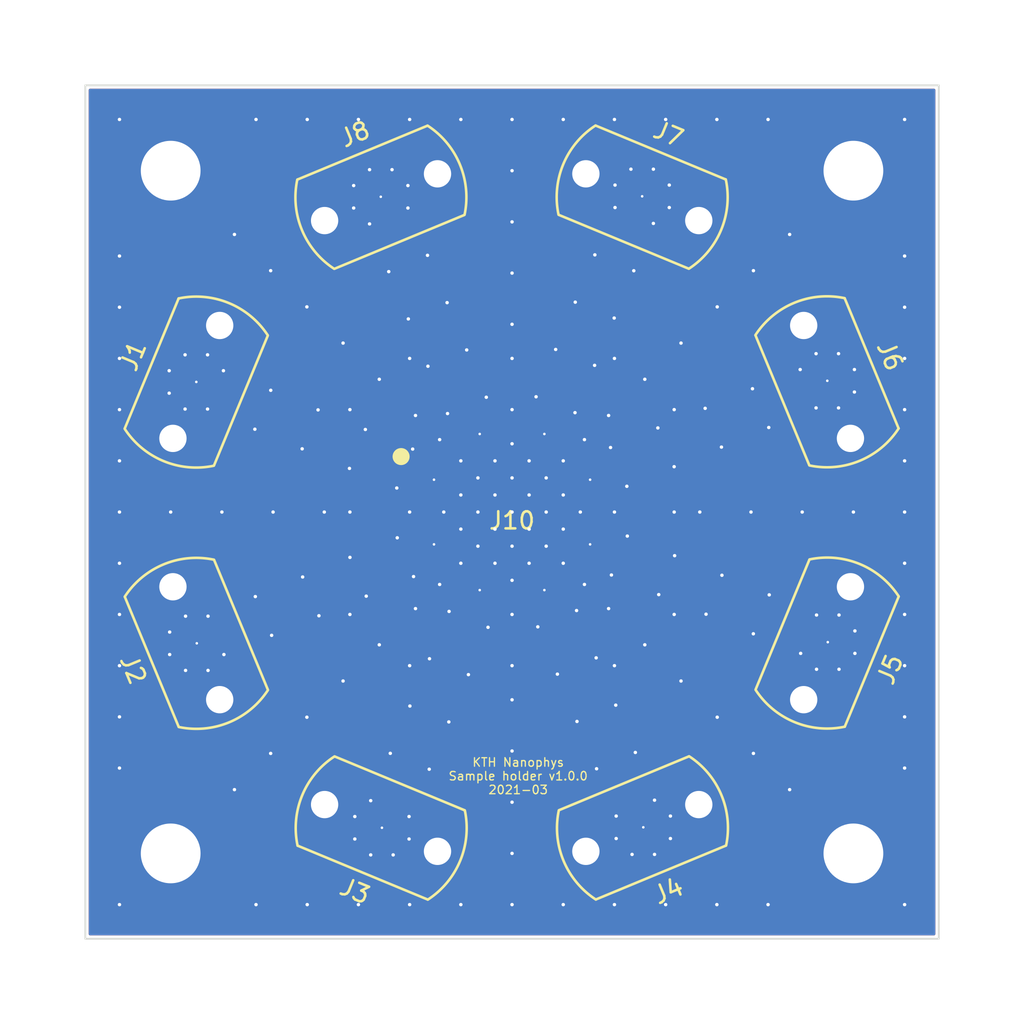
<source format=kicad_pcb>
(kicad_pcb (version 20171130) (host pcbnew "(5.1.10)-1")

  (general
    (thickness 1.6)
    (drawings 5)
    (tracks 269)
    (zones 0)
    (modules 14)
    (nets 10)
  )

  (page A4)
  (title_block
    (date 2021-03-08)
  )

  (layers
    (0 F.Cu power)
    (1 In1.Cu signal)
    (2 In2.Cu power hide)
    (31 B.Cu power hide)
    (32 B.Adhes user hide)
    (33 F.Adhes user hide)
    (34 B.Paste user hide)
    (35 F.Paste user hide)
    (36 B.SilkS user hide)
    (37 F.SilkS user)
    (38 B.Mask user hide)
    (39 F.Mask user)
    (40 Dwgs.User user hide)
    (41 Cmts.User user hide)
    (42 Eco1.User user hide)
    (43 Eco2.User user hide)
    (44 Edge.Cuts user hide)
    (45 Margin user hide)
    (46 B.CrtYd user hide)
    (47 F.CrtYd user hide)
    (48 B.Fab user hide)
    (49 F.Fab user)
  )

  (setup
    (last_trace_width 0.15)
    (user_trace_width 0.31642)
    (trace_clearance 0.15)
    (zone_clearance 0.15)
    (zone_45_only no)
    (trace_min 0.15)
    (via_size 0.5)
    (via_drill 0.2)
    (via_min_size 0.3)
    (via_min_drill 0.15)
    (user_via 0.3 0.15)
    (user_via 0.5 0.2)
    (blind_buried_vias_allowed yes)
    (uvia_size 0.3)
    (uvia_drill 0.1)
    (uvias_allowed no)
    (uvia_min_size 0.2)
    (uvia_min_drill 0.1)
    (edge_width 0.05)
    (segment_width 0.2)
    (pcb_text_width 0.3)
    (pcb_text_size 1.5 1.5)
    (mod_edge_width 0.12)
    (mod_text_size 1 1)
    (mod_text_width 0.15)
    (pad_size 0.5 6)
    (pad_drill 0)
    (pad_to_mask_clearance 0)
    (aux_axis_origin 0 0)
    (visible_elements 7FFFFFFF)
    (pcbplotparams
      (layerselection 0x010fc_ffffffff)
      (usegerberextensions false)
      (usegerberattributes true)
      (usegerberadvancedattributes true)
      (creategerberjobfile true)
      (excludeedgelayer true)
      (linewidth 0.100000)
      (plotframeref false)
      (viasonmask false)
      (mode 1)
      (useauxorigin false)
      (hpglpennumber 1)
      (hpglpenspeed 20)
      (hpglpendiameter 15.000000)
      (psnegative false)
      (psa4output false)
      (plotreference true)
      (plotvalue true)
      (plotinvisibletext false)
      (padsonsilk false)
      (subtractmaskfromsilk false)
      (outputformat 1)
      (mirror false)
      (drillshape 1)
      (scaleselection 1)
      (outputdirectory ""))
  )

  (net 0 "")
  (net 1 GND)
  (net 2 "Net-(J1-Pad1)")
  (net 3 "Net-(J2-Pad1)")
  (net 4 "Net-(J3-Pad1)")
  (net 5 "Net-(J4-Pad1)")
  (net 6 "Net-(J5-Pad1)")
  (net 7 "Net-(J6-Pad1)")
  (net 8 "Net-(J7-Pad1)")
  (net 9 "Net-(J8-Pad1)")

  (net_class Default "This is the default net class."
    (clearance 0.15)
    (trace_width 0.15)
    (via_dia 0.5)
    (via_drill 0.2)
    (uvia_dia 0.3)
    (uvia_drill 0.1)
    (add_net GND)
  )

  (net_class Traces ""
    (clearance 0.54)
    (trace_width 0.31642)
    (via_dia 0.3)
    (via_drill 0.15)
    (uvia_dia 0.3)
    (uvia_drill 0.1)
    (add_net "Net-(J1-Pad1)")
    (add_net "Net-(J2-Pad1)")
    (add_net "Net-(J3-Pad1)")
    (add_net "Net-(J4-Pad1)")
    (add_net "Net-(J5-Pad1)")
    (add_net "Net-(J6-Pad1)")
    (add_net "Net-(J7-Pad1)")
    (add_net "Net-(J8-Pad1)")
  )

  (module sample_holder:cage (layer F.Cu) (tedit 60F1A0DB) (tstamp 6047D8AC)
    (at 0 0)
    (path /6048839E)
    (attr smd)
    (fp_text reference J10 (at 0 0.5) (layer F.SilkS)
      (effects (font (size 1 1) (thickness 0.15)))
    )
    (fp_text value RF_Shield_One_Piece (at 0 -0.5) (layer F.Fab)
      (effects (font (size 1 1) (thickness 0.15)))
    )
    (fp_line (start -6.7 -9) (end 6.7 -9) (layer F.Fab) (width 0.3))
    (fp_line (start 9.5 -6) (end 9.5 6) (layer F.Fab) (width 0.3))
    (fp_line (start 6.7 9) (end -6.7 9) (layer F.Fab) (width 0.3))
    (fp_line (start -9.5 6) (end -9.5 -6) (layer F.Fab) (width 0.3))
    (fp_arc (start -6.6 6.1) (end -9.5 6) (angle -90) (layer F.Fab) (width 0.3))
    (fp_arc (start -6.6 6.1) (end -9.5 6) (angle -90) (layer F.Mask) (width 1.5))
    (fp_arc (start -6.6 -6.1) (end -9.5 -6) (angle 90) (layer F.Mask) (width 1.5))
    (fp_arc (start 6.6 6.1) (end 9.5 6) (angle 90) (layer F.Mask) (width 1.5))
    (fp_arc (start 6.6 -6.1) (end 9.5 -6) (angle -90) (layer F.Mask) (width 1.5))
    (fp_arc (start 6.6 6.1) (end 9.5 6) (angle 90) (layer F.Fab) (width 0.3))
    (fp_arc (start 6.6 -6.1) (end 9.5 -6) (angle -90) (layer F.Fab) (width 0.3))
    (fp_arc (start -6.6 -6.1) (end -9.5 -6) (angle 90) (layer F.Fab) (width 0.3))
    (fp_arc (start 6.6 6.1) (end 9.5 6) (angle 90) (layer F.Cu) (width 1.5))
    (fp_arc (start 6.6 -6.1) (end 9.5 -6) (angle -90) (layer F.Cu) (width 1.5))
    (fp_arc (start -6.6 -6.1) (end -9.5 -6) (angle 90) (layer F.Cu) (width 1.5))
    (fp_arc (start -6.6 6.1) (end -9.5 6) (angle -90) (layer F.Cu) (width 1.5))
    (pad 1 thru_hole circle (at -9.5 -6) (size 0.5 0.5) (drill 0.2) (layers *.Cu *.Mask)
      (net 1 GND))
    (pad 1 smd roundrect (at -9.5 0) (size 1.5 12.5) (layers F.Cu F.Mask) (roundrect_rratio 0.25)
      (net 1 GND) (zone_connect 0))
    (pad 1 thru_hole circle (at -9.5 0) (size 0.5 0.5) (drill 0.2) (layers *.Cu *.Mask)
      (net 1 GND))
    (pad 1 thru_hole circle (at -9.5 6) (size 0.5 0.5) (drill 0.2) (layers *.Cu *.Mask)
      (net 1 GND))
    (pad 1 thru_hole circle (at -6 9) (size 0.5 0.5) (drill 0.2) (layers *.Cu *.Mask)
      (net 1 GND))
    (pad 1 smd roundrect (at 0 9) (size 13.5 1.5) (layers F.Cu F.Mask) (roundrect_rratio 0.25)
      (net 1 GND))
    (pad 1 thru_hole circle (at 0 9) (size 0.5 0.5) (drill 0.2) (layers *.Cu *.Mask)
      (net 1 GND))
    (pad 1 thru_hole circle (at 6 9) (size 0.5 0.5) (drill 0.2) (layers *.Cu *.Mask)
      (net 1 GND))
    (pad 1 thru_hole circle (at 9.5 6) (size 0.5 0.5) (drill 0.2) (layers *.Cu *.Mask)
      (net 1 GND))
    (pad 1 smd roundrect (at 9.5 0) (size 1.5 12.5) (layers F.Cu F.Mask) (roundrect_rratio 0.25)
      (net 1 GND))
    (pad 1 thru_hole circle (at 9.5 0) (size 0.5 0.5) (drill 0.2) (layers *.Cu *.Mask)
      (net 1 GND))
    (pad 1 thru_hole circle (at 9.5 -6) (size 0.5 0.5) (drill 0.2) (layers *.Cu *.Mask)
      (net 1 GND))
    (pad 1 thru_hole circle (at 6 -9) (size 0.5 0.5) (drill 0.2) (layers *.Cu *.Mask)
      (net 1 GND))
    (pad 1 smd roundrect (at 0 -9) (size 13.5 1.5) (layers F.Cu F.Mask) (roundrect_rratio 0.25)
      (net 1 GND))
    (pad 1 thru_hole circle (at 0 -9) (size 0.5 0.5) (drill 0.2) (layers *.Cu *.Mask)
      (net 1 GND))
    (pad 1 thru_hole circle (at -6 -9) (size 0.5 0.5) (drill 0.2) (layers *.Cu *.Mask)
      (net 1 GND))
  )

  (module sample_holder:sample (layer F.Cu) (tedit 60F1A072) (tstamp 60451722)
    (at 0 0)
    (path /6044FDDD)
    (fp_text reference U1 (at 0 0.5) (layer F.SilkS) hide
      (effects (font (size 1 1) (thickness 0.15)))
    )
    (fp_text value sample (at 0 -0.5) (layer F.Fab)
      (effects (font (size 1 1) (thickness 0.15)))
    )
    (fp_circle (center -6.5 -3.25) (end -6.25 -3.25) (layer F.SilkS) (width 0.5))
    (pad 9 smd roundrect (at 0 0) (size 10.8 10.8) (layers F.Cu F.Mask) (roundrect_rratio 0.25)
      (net 1 GND))
  )

  (module imp:0732513481 (layer F.Cu) (tedit 60F140F1) (tstamp 6045F9B0)
    (at -7.674362 18.50856 157.5)
    (path /6044C3A5)
    (fp_text reference J3 (at 0 0 157.5) (layer F.Fab)
      (effects (font (size 1 1) (thickness 0.15)))
    )
    (fp_text value Conn_Coaxial (at 0.1 4.199999 157.5) (layer F.Fab)
      (effects (font (size 1 1) (thickness 0.15)))
    )
    (fp_line (start -4.1148 -2.83) (end 4.1148 -2.83) (layer F.Fab) (width 0.15))
    (fp_line (start -4.1148 2.83) (end 4.0894 2.83) (layer F.Fab) (width 0.15))
    (fp_line (start -4.1148 2.83) (end 4.0894 2.83) (layer F.SilkS) (width 0.15))
    (fp_line (start -4.1148 -2.83) (end 4.1148 -2.83) (layer F.SilkS) (width 0.15))
    (fp_line (start -4.1148 2.83) (end 4.0894 2.83) (layer F.CrtYd) (width 0.15))
    (fp_line (start -4.1148 -2.83) (end 4.1148 -2.83) (layer F.CrtYd) (width 0.15))
    (fp_text user %R (at 0 -4 157.5) (layer F.SilkS)
      (effects (font (size 1 1) (thickness 0.15)))
    )
    (fp_arc (start 0 0) (end 4.122 -2.83) (angle 68.9) (layer F.Fab) (width 0.15))
    (fp_arc (start -0.0182 0) (end -4.1402 -2.83) (angle -68.9) (layer F.Fab) (width 0.15))
    (fp_arc (start 0 0) (end 4.122 -2.83) (angle 68.9) (layer F.SilkS) (width 0.15))
    (fp_arc (start -0.0182 0) (end -4.1402 -2.83) (angle -68.9) (layer F.SilkS) (width 0.15))
    (fp_arc (start -0.0182 0) (end -4.1402 -2.83) (angle -68.9) (layer F.CrtYd) (width 0.15))
    (fp_arc (start 0 0) (end 4.122 -2.83) (angle 68.9) (layer F.CrtYd) (width 0.15))
    (pad 2 smd custom (at 0 -1.7018 157.5) (size 0.5 0.5) (layers F.Cu F.Mask)
      (net 1 GND) (zone_connect 2)
      (options (clearance outline) (anchor circle))
      (primitives
        (gr_circle (center 0 1.7018) (end 1.7225 1.7018) (width 0.875))
      ))
    (pad 2 thru_hole circle (at -3.58 0 157.5) (size 2.5 2.5) (drill 1.6) (layers *.Cu *.Mask)
      (net 1 GND))
    (pad 2 thru_hole circle (at 3.58 0 157.5) (size 2.5 2.5) (drill 1.6) (layers *.Cu *.Mask)
      (net 1 GND))
    (pad 1 smd circle (at 0 0 157.5) (size 0.76 0.76) (layers F.Cu F.Mask)
      (net 4 "Net-(J3-Pad1)") (solder_mask_margin 1) (clearance 0.9))
  )

  (module imp:0732513481 (layer F.Cu) (tedit 60F140DA) (tstamp 6045ECB6)
    (at 7.632975 18.508559 202.5)
    (path /6044C671)
    (fp_text reference J4 (at 0 0 202.5) (layer F.Fab)
      (effects (font (size 1 1) (thickness 0.15)))
    )
    (fp_text value Conn_Coaxial (at 0.1 4.2 202.5) (layer F.Fab)
      (effects (font (size 1 1) (thickness 0.15)))
    )
    (fp_line (start -4.1148 -2.83) (end 4.1148 -2.83) (layer F.Fab) (width 0.15))
    (fp_line (start -4.1148 2.83) (end 4.0894 2.83) (layer F.Fab) (width 0.15))
    (fp_line (start -4.1148 2.83) (end 4.0894 2.83) (layer F.SilkS) (width 0.15))
    (fp_line (start -4.1148 -2.83) (end 4.1148 -2.83) (layer F.SilkS) (width 0.15))
    (fp_line (start -4.1148 2.83) (end 4.0894 2.83) (layer F.CrtYd) (width 0.15))
    (fp_line (start -4.1148 -2.83) (end 4.1148 -2.83) (layer F.CrtYd) (width 0.15))
    (fp_text user %R (at 0 -4 202.5) (layer F.SilkS)
      (effects (font (size 1 1) (thickness 0.15)))
    )
    (fp_arc (start 0 0) (end 4.122 -2.83) (angle 68.9) (layer F.Fab) (width 0.15))
    (fp_arc (start -0.0182 0) (end -4.1402 -2.83) (angle -68.9) (layer F.Fab) (width 0.15))
    (fp_arc (start 0 0) (end 4.122 -2.83) (angle 68.9) (layer F.SilkS) (width 0.15))
    (fp_arc (start -0.0182 0) (end -4.1402 -2.83) (angle -68.9) (layer F.SilkS) (width 0.15))
    (fp_arc (start -0.0182 0) (end -4.1402 -2.83) (angle -68.9) (layer F.CrtYd) (width 0.15))
    (fp_arc (start 0 0) (end 4.122 -2.83) (angle 68.9) (layer F.CrtYd) (width 0.15))
    (pad 2 smd custom (at 0 -1.7018 202.5) (size 0.5 0.5) (layers F.Cu F.Mask)
      (net 1 GND) (zone_connect 2)
      (options (clearance outline) (anchor circle))
      (primitives
        (gr_circle (center 0 1.7018) (end 1.7225 1.7018) (width 0.875))
      ))
    (pad 2 thru_hole circle (at -3.58 0 202.5) (size 2.5 2.5) (drill 1.6) (layers *.Cu *.Mask)
      (net 1 GND))
    (pad 2 thru_hole circle (at 3.58 0 202.5) (size 2.5 2.5) (drill 1.6) (layers *.Cu *.Mask)
      (net 1 GND))
    (pad 1 smd circle (at 0 0 202.5) (size 0.76 0.76) (layers F.Cu F.Mask)
      (net 5 "Net-(J4-Pad1)") (solder_mask_margin 1) (clearance 0.9))
  )

  (module imp:0732513481 (layer F.Cu) (tedit 60F140C8) (tstamp 6045F8C0)
    (at 18.456897 7.684638 247.5)
    (path /6044CA48)
    (fp_text reference J5 (at 0 0 247.5) (layer F.Fab)
      (effects (font (size 1 1) (thickness 0.15)))
    )
    (fp_text value Conn_Coaxial (at 0.1 4.199999 247.5) (layer F.Fab)
      (effects (font (size 1 1) (thickness 0.15)))
    )
    (fp_line (start -4.1148 -2.83) (end 4.1148 -2.83) (layer F.Fab) (width 0.15))
    (fp_line (start -4.1148 2.83) (end 4.0894 2.83) (layer F.Fab) (width 0.15))
    (fp_line (start -4.1148 2.83) (end 4.0894 2.83) (layer F.SilkS) (width 0.15))
    (fp_line (start -4.1148 -2.83) (end 4.1148 -2.83) (layer F.SilkS) (width 0.15))
    (fp_line (start -4.1148 2.83) (end 4.0894 2.83) (layer F.CrtYd) (width 0.15))
    (fp_line (start -4.1148 -2.83) (end 4.1148 -2.83) (layer F.CrtYd) (width 0.15))
    (fp_text user %R (at 0 -4 247.5) (layer F.SilkS)
      (effects (font (size 1 1) (thickness 0.15)))
    )
    (fp_arc (start 0 0) (end 4.122 -2.83) (angle 68.9) (layer F.Fab) (width 0.15))
    (fp_arc (start -0.0182 0) (end -4.1402 -2.83) (angle -68.9) (layer F.Fab) (width 0.15))
    (fp_arc (start 0 0) (end 4.122 -2.83) (angle 68.9) (layer F.SilkS) (width 0.15))
    (fp_arc (start -0.0182 0) (end -4.1402 -2.83) (angle -68.9) (layer F.SilkS) (width 0.15))
    (fp_arc (start -0.0182 0) (end -4.1402 -2.83) (angle -68.9) (layer F.CrtYd) (width 0.15))
    (fp_arc (start 0 0) (end 4.122 -2.83) (angle 68.9) (layer F.CrtYd) (width 0.15))
    (pad 2 smd custom (at 0 -1.7018 247.5) (size 0.5 0.5) (layers F.Cu F.Mask)
      (net 1 GND) (zone_connect 2)
      (options (clearance outline) (anchor circle))
      (primitives
        (gr_circle (center 0 1.7018) (end 1.7225 1.7018) (width 0.875))
      ))
    (pad 2 thru_hole circle (at -3.58 0 247.5) (size 2.5 2.5) (drill 1.6) (layers *.Cu *.Mask)
      (net 1 GND))
    (pad 2 thru_hole circle (at 3.58 0 247.5) (size 2.5 2.5) (drill 1.6) (layers *.Cu *.Mask)
      (net 1 GND))
    (pad 1 smd circle (at 0 0 247.5) (size 0.76 0.76) (layers F.Cu F.Mask)
      (net 6 "Net-(J5-Pad1)") (solder_mask_margin 1) (clearance 0.9))
  )

  (module imp:0732513481 (layer F.Cu) (tedit 60F140B7) (tstamp 6045F960)
    (at -18.498283 -7.622699 67.5)
    (path /6044BD41)
    (fp_text reference J1 (at 0 0 67.5) (layer F.Fab)
      (effects (font (size 1 1) (thickness 0.15)))
    )
    (fp_text value Conn_Coaxial (at 0.1 4.199999 67.5) (layer F.Fab)
      (effects (font (size 1 1) (thickness 0.15)))
    )
    (fp_line (start -4.1148 -2.83) (end 4.1148 -2.83) (layer F.Fab) (width 0.15))
    (fp_line (start -4.1148 2.83) (end 4.0894 2.83) (layer F.Fab) (width 0.15))
    (fp_line (start -4.1148 2.83) (end 4.0894 2.83) (layer F.SilkS) (width 0.15))
    (fp_line (start -4.1148 -2.83) (end 4.1148 -2.83) (layer F.SilkS) (width 0.15))
    (fp_line (start -4.1148 2.83) (end 4.0894 2.83) (layer F.CrtYd) (width 0.15))
    (fp_line (start -4.1148 -2.83) (end 4.1148 -2.83) (layer F.CrtYd) (width 0.15))
    (fp_text user %R (at 0 -4 67.5) (layer F.SilkS)
      (effects (font (size 1 1) (thickness 0.15)))
    )
    (fp_arc (start 0 0) (end 4.122 -2.83) (angle 68.9) (layer F.Fab) (width 0.15))
    (fp_arc (start -0.0182 0) (end -4.1402 -2.83) (angle -68.9) (layer F.Fab) (width 0.15))
    (fp_arc (start 0 0) (end 4.122 -2.83) (angle 68.9) (layer F.SilkS) (width 0.15))
    (fp_arc (start -0.0182 0) (end -4.1402 -2.83) (angle -68.9) (layer F.SilkS) (width 0.15))
    (fp_arc (start -0.0182 0) (end -4.1402 -2.83) (angle -68.9) (layer F.CrtYd) (width 0.15))
    (fp_arc (start 0 0) (end 4.122 -2.83) (angle 68.9) (layer F.CrtYd) (width 0.15))
    (pad 2 smd custom (at 0 -1.7018 67.5) (size 0.5 0.5) (layers F.Cu F.Mask)
      (net 1 GND) (zone_connect 2)
      (options (clearance outline) (anchor circle))
      (primitives
        (gr_circle (center 0 1.7018) (end 1.7225 1.7018) (width 0.875))
      ))
    (pad 2 thru_hole circle (at -3.58 0 67.5) (size 2.5 2.5) (drill 1.6) (layers *.Cu *.Mask)
      (net 1 GND))
    (pad 2 thru_hole circle (at 3.58 0 67.5) (size 2.5 2.5) (drill 1.6) (layers *.Cu *.Mask)
      (net 1 GND))
    (pad 1 smd circle (at 0 0 67.5) (size 0.76 0.76) (layers F.Cu F.Mask)
      (net 2 "Net-(J1-Pad1)") (solder_mask_margin 1) (clearance 0.9))
  )

  (module imp:0732513481 (layer F.Cu) (tedit 60F140A8) (tstamp 6045F938)
    (at -7.674361 -18.446621 22.5)
    (path /6044B50E)
    (fp_text reference J8 (at 0 0 22.5) (layer F.Fab)
      (effects (font (size 1 1) (thickness 0.15)))
    )
    (fp_text value Conn_Coaxial (at 0.1 4.2 22.5) (layer F.Fab)
      (effects (font (size 1 1) (thickness 0.15)))
    )
    (fp_line (start -4.1148 -2.83) (end 4.1148 -2.83) (layer F.Fab) (width 0.15))
    (fp_line (start -4.1148 2.83) (end 4.0894 2.83) (layer F.Fab) (width 0.15))
    (fp_line (start -4.1148 2.83) (end 4.0894 2.83) (layer F.SilkS) (width 0.15))
    (fp_line (start -4.1148 -2.83) (end 4.1148 -2.83) (layer F.SilkS) (width 0.15))
    (fp_line (start -4.1148 2.83) (end 4.0894 2.83) (layer F.CrtYd) (width 0.15))
    (fp_line (start -4.1148 -2.83) (end 4.1148 -2.83) (layer F.CrtYd) (width 0.15))
    (fp_text user %R (at 0 -4 22.5) (layer F.SilkS)
      (effects (font (size 1 1) (thickness 0.15)))
    )
    (fp_arc (start 0 0) (end 4.122 -2.83) (angle 68.9) (layer F.Fab) (width 0.15))
    (fp_arc (start -0.0182 0) (end -4.1402 -2.83) (angle -68.9) (layer F.Fab) (width 0.15))
    (fp_arc (start 0 0) (end 4.122 -2.83) (angle 68.9) (layer F.SilkS) (width 0.15))
    (fp_arc (start -0.0182 0) (end -4.1402 -2.83) (angle -68.9) (layer F.SilkS) (width 0.15))
    (fp_arc (start -0.0182 0) (end -4.1402 -2.83) (angle -68.9) (layer F.CrtYd) (width 0.15))
    (fp_arc (start 0 0) (end 4.122 -2.83) (angle 68.9) (layer F.CrtYd) (width 0.15))
    (pad 2 smd custom (at 0 -1.7018 22.5) (size 0.5 0.5) (layers F.Cu F.Mask)
      (net 1 GND) (zone_connect 2)
      (options (clearance outline) (anchor circle))
      (primitives
        (gr_circle (center 0 1.7018) (end 1.7225 1.7018) (width 0.875))
      ))
    (pad 2 thru_hole circle (at -3.58 0 22.5) (size 2.5 2.5) (drill 1.6) (layers *.Cu *.Mask)
      (net 1 GND))
    (pad 2 thru_hole circle (at 3.58 0 22.5) (size 2.5 2.5) (drill 1.6) (layers *.Cu *.Mask)
      (net 1 GND))
    (pad 1 smd circle (at 0 0 22.5) (size 0.76 0.76) (layers F.Cu F.Mask)
      (net 9 "Net-(J8-Pad1)") (solder_mask_margin 1) (clearance 0.9))
  )

  (module imp:0732513481 (layer F.Cu) (tedit 60F14086) (tstamp 6045F988)
    (at -18.498283 7.684638 112.5)
    (path /6044C04A)
    (fp_text reference J2 (at 0 0 112.5) (layer F.Fab)
      (effects (font (size 1 1) (thickness 0.15)))
    )
    (fp_text value Conn_Coaxial (at 0.1 4.2 112.5) (layer F.Fab)
      (effects (font (size 1 1) (thickness 0.15)))
    )
    (fp_line (start -4.1148 -2.83) (end 4.1148 -2.83) (layer F.Fab) (width 0.15))
    (fp_line (start -4.1148 2.83) (end 4.0894 2.83) (layer F.Fab) (width 0.15))
    (fp_line (start -4.1148 2.83) (end 4.0894 2.83) (layer F.SilkS) (width 0.15))
    (fp_line (start -4.1148 -2.83) (end 4.1148 -2.83) (layer F.SilkS) (width 0.15))
    (fp_line (start -4.1148 2.83) (end 4.0894 2.83) (layer F.CrtYd) (width 0.15))
    (fp_line (start -4.1148 -2.83) (end 4.1148 -2.83) (layer F.CrtYd) (width 0.15))
    (fp_text user %R (at 0 -4 112.5) (layer F.SilkS)
      (effects (font (size 1 1) (thickness 0.15)))
    )
    (fp_arc (start 0 0) (end 4.122 -2.83) (angle 68.9) (layer F.Fab) (width 0.15))
    (fp_arc (start -0.0182 0) (end -4.1402 -2.83) (angle -68.9) (layer F.Fab) (width 0.15))
    (fp_arc (start 0 0) (end 4.122 -2.83) (angle 68.9) (layer F.SilkS) (width 0.15))
    (fp_arc (start -0.0182 0) (end -4.1402 -2.83) (angle -68.9) (layer F.SilkS) (width 0.15))
    (fp_arc (start -0.0182 0) (end -4.1402 -2.83) (angle -68.9) (layer F.CrtYd) (width 0.15))
    (fp_arc (start 0 0) (end 4.122 -2.83) (angle 68.9) (layer F.CrtYd) (width 0.15))
    (pad 2 smd custom (at 0 -1.7018 112.5) (size 0.5 0.5) (layers F.Cu F.Mask)
      (net 1 GND) (zone_connect 2)
      (options (clearance outline) (anchor circle))
      (primitives
        (gr_circle (center 0 1.7018) (end 1.7225 1.7018) (width 0.875))
      ))
    (pad 2 thru_hole circle (at -3.58 0 112.5) (size 2.5 2.5) (drill 1.6) (layers *.Cu *.Mask)
      (net 1 GND))
    (pad 2 thru_hole circle (at 3.58 0 112.5) (size 2.5 2.5) (drill 1.6) (layers *.Cu *.Mask)
      (net 1 GND))
    (pad 1 smd circle (at 0 0 112.5) (size 0.76 0.76) (layers F.Cu F.Mask)
      (net 3 "Net-(J2-Pad1)") (solder_mask_margin 1) (clearance 0.9))
  )

  (module imp:0732513481 (layer F.Cu) (tedit 60F1406F) (tstamp 6045F8E8)
    (at 18.456897 -7.622699 292.5)
    (path /6044CC95)
    (fp_text reference J6 (at 0 0 292.5) (layer F.Fab)
      (effects (font (size 1 1) (thickness 0.15)))
    )
    (fp_text value Conn_Coaxial (at 0.1 4.2 292.5) (layer F.Fab)
      (effects (font (size 1 1) (thickness 0.15)))
    )
    (fp_line (start -4.1148 -2.83) (end 4.1148 -2.83) (layer F.Fab) (width 0.15))
    (fp_line (start -4.1148 2.83) (end 4.0894 2.83) (layer F.Fab) (width 0.15))
    (fp_line (start -4.1148 2.83) (end 4.0894 2.83) (layer F.SilkS) (width 0.15))
    (fp_line (start -4.1148 -2.83) (end 4.1148 -2.83) (layer F.SilkS) (width 0.15))
    (fp_line (start -4.1148 2.83) (end 4.0894 2.83) (layer F.CrtYd) (width 0.15))
    (fp_line (start -4.1148 -2.83) (end 4.1148 -2.83) (layer F.CrtYd) (width 0.15))
    (fp_text user %R (at 0 -4 292.5) (layer F.SilkS)
      (effects (font (size 1 1) (thickness 0.15)))
    )
    (fp_arc (start 0 0) (end 4.122 -2.83) (angle 68.9) (layer F.Fab) (width 0.15))
    (fp_arc (start -0.0182 0) (end -4.1402 -2.83) (angle -68.9) (layer F.Fab) (width 0.15))
    (fp_arc (start 0 0) (end 4.122 -2.83) (angle 68.9) (layer F.SilkS) (width 0.15))
    (fp_arc (start -0.0182 0) (end -4.1402 -2.83) (angle -68.9) (layer F.SilkS) (width 0.15))
    (fp_arc (start -0.0182 0) (end -4.1402 -2.83) (angle -68.9) (layer F.CrtYd) (width 0.15))
    (fp_arc (start 0 0) (end 4.122 -2.83) (angle 68.9) (layer F.CrtYd) (width 0.15))
    (pad 2 thru_hole circle (at -3.58 0 292.5) (size 2.5 2.5) (drill 1.6) (layers *.Cu *.Mask)
      (net 1 GND))
    (pad 2 thru_hole circle (at 3.58 0 292.5) (size 2.5 2.5) (drill 1.6) (layers *.Cu *.Mask)
      (net 1 GND))
    (pad 1 smd circle (at 0 0 292.5) (size 0.76 0.76) (layers F.Cu F.Mask)
      (net 7 "Net-(J6-Pad1)") (solder_mask_margin 1) (clearance 0.9))
    (pad 2 smd custom (at 0 -1.7018 292.5) (size 0.5 0.5) (layers F.Cu F.Mask)
      (net 1 GND) (clearance 0.9) (zone_connect 0)
      (options (clearance outline) (anchor circle))
      (primitives
        (gr_circle (center 0 1.702) (end 1.722 1.702) (width 0.875))
      ))
  )

  (module imp:0732513481 (layer F.Cu) (tedit 60F14030) (tstamp 6045F910)
    (at 7.632976 -18.446621 337.5)
    (path /6044B9DC)
    (fp_text reference J7 (at 0 0 157.5) (layer F.Fab)
      (effects (font (size 1 1) (thickness 0.15)))
    )
    (fp_text value Conn_Coaxial (at 0.1 4.199999 157.5) (layer F.Fab)
      (effects (font (size 1 1) (thickness 0.15)))
    )
    (fp_line (start -4.1148 -2.83) (end 4.1148 -2.83) (layer F.Fab) (width 0.15))
    (fp_line (start -4.1148 2.83) (end 4.0894 2.83) (layer F.Fab) (width 0.15))
    (fp_line (start -4.1148 2.83) (end 4.0894 2.83) (layer F.SilkS) (width 0.15))
    (fp_line (start -4.1148 -2.83) (end 4.1148 -2.83) (layer F.SilkS) (width 0.15))
    (fp_line (start -4.1148 2.83) (end 4.0894 2.83) (layer F.CrtYd) (width 0.15))
    (fp_line (start -4.1148 -2.83) (end 4.1148 -2.83) (layer F.CrtYd) (width 0.15))
    (fp_text user %R (at 0 -4 157.5) (layer F.SilkS)
      (effects (font (size 1 1) (thickness 0.15)))
    )
    (fp_arc (start 0 0) (end 4.122 -2.83) (angle 68.9) (layer F.Fab) (width 0.15))
    (fp_arc (start -0.0182 0) (end -4.1402 -2.83) (angle -68.9) (layer F.Fab) (width 0.15))
    (fp_arc (start 0 0) (end 4.122 -2.83) (angle 68.9) (layer F.SilkS) (width 0.15))
    (fp_arc (start -0.0182 0) (end -4.1402 -2.83) (angle -68.9) (layer F.SilkS) (width 0.15))
    (fp_arc (start -0.0182 0) (end -4.1402 -2.83) (angle -68.9) (layer F.CrtYd) (width 0.15))
    (fp_arc (start 0 0) (end 4.122 -2.83) (angle 68.9) (layer F.CrtYd) (width 0.15))
    (pad 2 smd custom (at 0 -1.7018 337.5) (size 0.5 0.5) (layers F.Cu F.Mask)
      (net 1 GND) (zone_connect 2)
      (options (clearance outline) (anchor circle))
      (primitives
        (gr_circle (center 0 1.7018) (end 1.7225 1.7018) (width 0.875))
      ))
    (pad 2 thru_hole circle (at -3.58 0 337.5) (size 2.5 2.5) (drill 1.6) (layers *.Cu *.Mask)
      (net 1 GND))
    (pad 2 thru_hole circle (at 3.58 0 337.5) (size 2.5 2.5) (drill 1.6) (layers *.Cu *.Mask)
      (net 1 GND))
    (pad 1 smd circle (at 0 0 337.5) (size 0.76 0.76) (layers F.Cu F.Mask)
      (net 8 "Net-(J7-Pad1)") (solder_mask_margin 1) (clearance 0.9))
  )

  (module MountingHole:MountingHole_3.5mm_Pad (layer F.Cu) (tedit 56D1B4CB) (tstamp 6047BD61)
    (at 20 -20)
    (descr "Mounting Hole 3.5mm")
    (tags "mounting hole 3.5mm")
    (path /6047FE21)
    (attr virtual)
    (fp_text reference H4 (at 0 -4.5) (layer F.SilkS) hide
      (effects (font (size 1 1) (thickness 0.15)))
    )
    (fp_text value MountingHole_Pad (at 0 4.5) (layer F.Fab)
      (effects (font (size 1 1) (thickness 0.15)))
    )
    (fp_circle (center 0 0) (end 3.75 0) (layer F.CrtYd) (width 0.05))
    (fp_circle (center 0 0) (end 3.5 0) (layer Cmts.User) (width 0.15))
    (fp_text user %R (at 0.3 0) (layer F.Fab)
      (effects (font (size 1 1) (thickness 0.15)))
    )
    (pad 1 thru_hole circle (at 0 0) (size 7 7) (drill 3.5) (layers *.Cu *.Mask)
      (net 1 GND))
  )

  (module MountingHole:MountingHole_3.5mm_Pad (layer F.Cu) (tedit 56D1B4CB) (tstamp 6047BD59)
    (at 20 20)
    (descr "Mounting Hole 3.5mm")
    (tags "mounting hole 3.5mm")
    (path /6048042B)
    (attr virtual)
    (fp_text reference H3 (at 0 -4.5) (layer F.SilkS) hide
      (effects (font (size 1 1) (thickness 0.15)))
    )
    (fp_text value MountingHole_Pad (at 0 4.5) (layer F.Fab)
      (effects (font (size 1 1) (thickness 0.15)))
    )
    (fp_circle (center 0 0) (end 3.75 0) (layer F.CrtYd) (width 0.05))
    (fp_circle (center 0 0) (end 3.5 0) (layer Cmts.User) (width 0.15))
    (fp_text user %R (at 0.3 0) (layer F.Fab)
      (effects (font (size 1 1) (thickness 0.15)))
    )
    (pad 1 thru_hole circle (at 0 0) (size 7 7) (drill 3.5) (layers *.Cu *.Mask)
      (net 1 GND))
  )

  (module MountingHole:MountingHole_3.5mm_Pad (layer F.Cu) (tedit 56D1B4CB) (tstamp 6047BD51)
    (at -20 20)
    (descr "Mounting Hole 3.5mm")
    (tags "mounting hole 3.5mm")
    (path /604809F6)
    (attr virtual)
    (fp_text reference H2 (at 0 -4.5) (layer F.SilkS) hide
      (effects (font (size 1 1) (thickness 0.15)))
    )
    (fp_text value MountingHole_Pad (at 0 4.5) (layer F.Fab)
      (effects (font (size 1 1) (thickness 0.15)))
    )
    (fp_circle (center 0 0) (end 3.75 0) (layer F.CrtYd) (width 0.05))
    (fp_circle (center 0 0) (end 3.5 0) (layer Cmts.User) (width 0.15))
    (fp_text user %R (at 0.3 0) (layer F.Fab)
      (effects (font (size 1 1) (thickness 0.15)))
    )
    (pad 1 thru_hole circle (at 0 0) (size 7 7) (drill 3.5) (layers *.Cu *.Mask)
      (net 1 GND))
  )

  (module MountingHole:MountingHole_3.5mm_Pad (layer F.Cu) (tedit 56D1B4CB) (tstamp 6047BD49)
    (at -20 -20)
    (descr "Mounting Hole 3.5mm")
    (tags "mounting hole 3.5mm")
    (path /604779D8)
    (attr virtual)
    (fp_text reference H1 (at 0 -4.5) (layer F.SilkS) hide
      (effects (font (size 1 1) (thickness 0.15)))
    )
    (fp_text value MountingHole_Pad (at 0 4.5) (layer F.Fab)
      (effects (font (size 1 1) (thickness 0.15)))
    )
    (fp_circle (center 0 0) (end 3.75 0) (layer F.CrtYd) (width 0.05))
    (fp_circle (center 0 0) (end 3.5 0) (layer Cmts.User) (width 0.15))
    (fp_text user %R (at 0.3 0) (layer F.Fab)
      (effects (font (size 1 1) (thickness 0.15)))
    )
    (pad 1 thru_hole circle (at 0 0) (size 7 7) (drill 3.5) (layers *.Cu *.Mask)
      (net 1 GND))
  )

  (gr_text "KTH Nanophys\nSample holder v1.0.0\n2021-03" (at 0.36 15.47) (layer F.SilkS)
    (effects (font (size 0.5 0.5) (thickness 0.075)))
  )
  (gr_line (start 25 25) (end -25 25) (layer Edge.Cuts) (width 0.1))
  (gr_line (start 25 -25) (end 25 25) (layer Edge.Cuts) (width 0.1))
  (gr_line (start -25 -25) (end 25 -25) (layer Edge.Cuts) (width 0.1))
  (gr_line (start -25 25) (end -25 -25) (layer Edge.Cuts) (width 0.1))

  (via (at 2 2) (size 0.5) (drill 0.2) (layers F.Cu B.Cu) (net 1))
  (via (at 0 2) (size 0.5) (drill 0.2) (layers F.Cu B.Cu) (net 1))
  (via (at -2 2) (size 0.5) (drill 0.2) (layers F.Cu B.Cu) (net 1))
  (via (at -2 0) (size 0.5) (drill 0.2) (layers F.Cu B.Cu) (net 1))
  (via (at 0 0) (size 0.5) (drill 0.2) (layers F.Cu B.Cu) (net 1))
  (via (at 2 0) (size 0.5) (drill 0.2) (layers F.Cu B.Cu) (net 1))
  (via (at 2 -2) (size 0.5) (drill 0.2) (layers F.Cu B.Cu) (net 1))
  (via (at 0 -2) (size 0.5) (drill 0.2) (layers F.Cu B.Cu) (net 1))
  (via (at -2 -2) (size 0.5) (drill 0.2) (layers F.Cu B.Cu) (net 1))
  (via (at -3 3) (size 0.5) (drill 0.2) (layers F.Cu B.Cu) (net 1))
  (via (at -1 3) (size 0.5) (drill 0.2) (layers F.Cu B.Cu) (net 1))
  (via (at 1 3) (size 0.5) (drill 0.2) (layers F.Cu B.Cu) (net 1))
  (via (at 3 3) (size 0.5) (drill 0.2) (layers F.Cu B.Cu) (net 1))
  (via (at 3 1) (size 0.5) (drill 0.2) (layers F.Cu B.Cu) (net 1))
  (via (at 1 1) (size 0.5) (drill 0.2) (layers F.Cu B.Cu) (net 1))
  (via (at -1 1) (size 0.5) (drill 0.2) (layers F.Cu B.Cu) (net 1))
  (via (at -3 1) (size 0.5) (drill 0.2) (layers F.Cu B.Cu) (net 1))
  (via (at 1 -1) (size 0.5) (drill 0.2) (layers F.Cu B.Cu) (net 1))
  (via (at 3 -1) (size 0.5) (drill 0.2) (layers F.Cu B.Cu) (net 1))
  (via (at -1 -1) (size 0.5) (drill 0.2) (layers F.Cu B.Cu) (net 1))
  (via (at 1 -3) (size 0.5) (drill 0.2) (layers F.Cu B.Cu) (net 1))
  (via (at -3 -1) (size 0.5) (drill 0.2) (layers F.Cu B.Cu) (net 1))
  (via (at 3 -3) (size 0.5) (drill 0.2) (layers F.Cu B.Cu) (net 1))
  (via (at -1 -3) (size 0.5) (drill 0.2) (layers F.Cu B.Cu) (net 1))
  (via (at -3 -3) (size 0.5) (drill 0.2) (layers F.Cu B.Cu) (net 1))
  (via (at -23 0) (size 0.5) (drill 0.2) (layers F.Cu B.Cu) (net 1))
  (via (at -23 -3) (size 0.5) (drill 0.2) (layers F.Cu B.Cu) (net 1))
  (via (at -23 -6) (size 0.5) (drill 0.2) (layers F.Cu B.Cu) (net 1))
  (via (at -23 -9) (size 0.5) (drill 0.2) (layers F.Cu B.Cu) (net 1))
  (via (at -23 -12) (size 0.5) (drill 0.2) (layers F.Cu B.Cu) (net 1))
  (via (at -23 -15) (size 0.5) (drill 0.2) (layers F.Cu B.Cu) (net 1))
  (via (at -23 3) (size 0.5) (drill 0.2) (layers F.Cu B.Cu) (net 1))
  (via (at -23 6) (size 0.5) (drill 0.2) (layers F.Cu B.Cu) (net 1))
  (via (at -23 9) (size 0.5) (drill 0.2) (layers F.Cu B.Cu) (net 1))
  (via (at -23 12) (size 0.5) (drill 0.2) (layers F.Cu B.Cu) (net 1))
  (via (at -23 15) (size 0.5) (drill 0.2) (layers F.Cu B.Cu) (net 1))
  (via (at -15 -23) (size 0.5) (drill 0.2) (layers F.Cu B.Cu) (net 1))
  (via (at -12 -23) (size 0.5) (drill 0.2) (layers F.Cu B.Cu) (net 1))
  (via (at -9 -23) (size 0.5) (drill 0.2) (layers F.Cu B.Cu) (net 1))
  (via (at -6 -23) (size 0.5) (drill 0.2) (layers F.Cu B.Cu) (net 1))
  (via (at -3 -23) (size 0.5) (drill 0.2) (layers F.Cu B.Cu) (net 1))
  (via (at 0 -23) (size 0.5) (drill 0.2) (layers F.Cu B.Cu) (net 1))
  (via (at 3 -23) (size 0.5) (drill 0.2) (layers F.Cu B.Cu) (net 1))
  (via (at 6 -23) (size 0.5) (drill 0.2) (layers F.Cu B.Cu) (net 1))
  (via (at 9 -23) (size 0.5) (drill 0.2) (layers F.Cu B.Cu) (net 1))
  (via (at 12 -23) (size 0.5) (drill 0.2) (layers F.Cu B.Cu) (net 1))
  (via (at 15 -23) (size 0.5) (drill 0.2) (layers F.Cu B.Cu) (net 1))
  (via (at 23 -15) (size 0.5) (drill 0.2) (layers F.Cu B.Cu) (net 1))
  (via (at 23 -12) (size 0.5) (drill 0.2) (layers F.Cu B.Cu) (net 1))
  (via (at 23 -9) (size 0.5) (drill 0.2) (layers F.Cu B.Cu) (net 1))
  (via (at 23 -6) (size 0.5) (drill 0.2) (layers F.Cu B.Cu) (net 1))
  (via (at 23 -3) (size 0.5) (drill 0.2) (layers F.Cu B.Cu) (net 1))
  (via (at 23 0) (size 0.5) (drill 0.2) (layers F.Cu B.Cu) (net 1))
  (via (at 23 3) (size 0.5) (drill 0.2) (layers F.Cu B.Cu) (net 1))
  (via (at 23 6) (size 0.5) (drill 0.2) (layers F.Cu B.Cu) (net 1))
  (via (at 23 9) (size 0.5) (drill 0.2) (layers F.Cu B.Cu) (net 1))
  (via (at 23 12) (size 0.5) (drill 0.2) (layers F.Cu B.Cu) (net 1))
  (via (at 23 15) (size 0.5) (drill 0.2) (layers F.Cu B.Cu) (net 1))
  (via (at -15 23) (size 0.5) (drill 0.2) (layers F.Cu B.Cu) (net 1))
  (via (at -12 23) (size 0.5) (drill 0.2) (layers F.Cu B.Cu) (net 1))
  (via (at -9 23) (size 0.5) (drill 0.2) (layers F.Cu B.Cu) (net 1))
  (via (at -6 23) (size 0.5) (drill 0.2) (layers F.Cu B.Cu) (net 1))
  (via (at -3 23) (size 0.5) (drill 0.2) (layers F.Cu B.Cu) (net 1))
  (via (at 0 23) (size 0.5) (drill 0.2) (layers F.Cu B.Cu) (net 1))
  (via (at 3 23) (size 0.5) (drill 0.2) (layers F.Cu B.Cu) (net 1))
  (via (at 6 23) (size 0.5) (drill 0.2) (layers F.Cu B.Cu) (net 1))
  (via (at 9 23) (size 0.5) (drill 0.2) (layers F.Cu B.Cu) (net 1))
  (via (at 12 23) (size 0.5) (drill 0.2) (layers F.Cu B.Cu) (net 1))
  (via (at 15 23) (size 0.5) (drill 0.2) (layers F.Cu B.Cu) (net 1))
  (via (at 0 -4) (size 0.5) (drill 0.2) (layers F.Cu B.Cu) (net 1))
  (via (at -4 0) (size 0.5) (drill 0.2) (layers F.Cu B.Cu) (net 1))
  (via (at 0 4) (size 0.5) (drill 0.2) (layers F.Cu B.Cu) (net 1))
  (via (at 4 0) (size 0.5) (drill 0.2) (layers F.Cu B.Cu) (net 1))
  (via (at -20 0) (size 0.5) (drill 0.2) (layers F.Cu B.Cu) (net 1))
  (via (at -17 0) (size 0.5) (drill 0.2) (layers F.Cu B.Cu) (net 1))
  (via (at -14 0) (size 0.5) (drill 0.2) (layers F.Cu B.Cu) (net 1))
  (via (at -11 0) (size 0.5) (drill 0.2) (layers F.Cu B.Cu) (net 1))
  (via (at -6 0) (size 0.5) (drill 0.2) (layers F.Cu B.Cu) (net 1))
  (via (at -14.142136 14.142136) (size 0.5) (drill 0.2) (layers F.Cu B.Cu) (net 1) (tstamp 60468035))
  (via (at 0 20) (size 0.5) (drill 0.2) (layers F.Cu B.Cu) (net 1) (tstamp 60468037))
  (via (at 14.142136 14.142136) (size 0.5) (drill 0.2) (layers F.Cu B.Cu) (net 1) (tstamp 60468039))
  (via (at 20 0) (size 0.5) (drill 0.2) (layers F.Cu B.Cu) (net 1) (tstamp 6046803B))
  (via (at 14.142136 -14.142136) (size 0.5) (drill 0.2) (layers F.Cu B.Cu) (net 1) (tstamp 6046803D))
  (via (at 0 -20) (size 0.5) (drill 0.2) (layers F.Cu B.Cu) (net 1) (tstamp 6046803F))
  (via (at -16.263456 -16.263456) (size 0.5) (drill 0.2) (layers F.Cu B.Cu) (net 1) (tstamp 60468041))
  (via (at 0 14) (size 0.5) (drill 0.2) (layers F.Cu B.Cu) (net 1) (tstamp 60468046))
  (via (at 14 0) (size 0.5) (drill 0.2) (layers F.Cu B.Cu) (net 1) (tstamp 6046804A))
  (via (at 0 -14) (size 0.5) (drill 0.2) (layers F.Cu B.Cu) (net 1) (tstamp 6046804E))
  (via (at 0 17) (size 0.5) (drill 0.2) (layers F.Cu B.Cu) (net 1) (tstamp 60468055))
  (via (at 17 0) (size 0.5) (drill 0.2) (layers F.Cu B.Cu) (net 1) (tstamp 60468059))
  (via (at 0 -17) (size 0.5) (drill 0.2) (layers F.Cu B.Cu) (net 1) (tstamp 6046805D))
  (via (at -4.242641 4.242641) (size 0.5) (drill 0.2) (layers F.Cu B.Cu) (net 1) (tstamp 60468062))
  (via (at 0 6) (size 0.5) (drill 0.2) (layers F.Cu B.Cu) (net 1) (tstamp 60468064))
  (via (at 4.242641 4.242641) (size 0.5) (drill 0.2) (layers F.Cu B.Cu) (net 1) (tstamp 60468066))
  (via (at 6 0) (size 0.5) (drill 0.2) (layers F.Cu B.Cu) (net 1) (tstamp 60468068))
  (via (at 4.242641 -4.242641) (size 0.5) (drill 0.2) (layers F.Cu B.Cu) (net 1) (tstamp 6046806A))
  (via (at 0 -6) (size 0.5) (drill 0.2) (layers F.Cu B.Cu) (net 1) (tstamp 6046806C))
  (via (at -4.242641 -4.242641) (size 0.5) (drill 0.2) (layers F.Cu B.Cu) (net 1) (tstamp 6046806E))
  (via (at 0 11) (size 0.5) (drill 0.2) (layers F.Cu B.Cu) (net 1) (tstamp 60468073))
  (via (at 11 0) (size 0.5) (drill 0.2) (layers F.Cu B.Cu) (net 1) (tstamp 60468077))
  (via (at 0 -11) (size 0.5) (drill 0.2) (layers F.Cu B.Cu) (net 1) (tstamp 6046807B))
  (via (at -5.656854 5.656854) (size 0.5) (drill 0.2) (layers F.Cu B.Cu) (net 1) (tstamp 60468080))
  (via (at 5.656854 5.656854) (size 0.5) (drill 0.2) (layers F.Cu B.Cu) (net 1) (tstamp 60468084))
  (via (at 5.656854 -5.656854) (size 0.5) (drill 0.2) (layers F.Cu B.Cu) (net 1) (tstamp 60468088))
  (via (at -5.656854 -5.656854) (size 0.5) (drill 0.2) (layers F.Cu B.Cu) (net 1) (tstamp 6046808C))
  (via (at -12.020816 -12.020816) (size 0.5) (drill 0.2) (layers F.Cu B.Cu) (net 1) (tstamp 604680B7))
  (via (at -16.263456 16.263456) (size 0.5) (drill 0.2) (layers F.Cu B.Cu) (net 1) (tstamp 604680D0))
  (via (at 16.263456 16.263456) (size 0.5) (drill 0.2) (layers F.Cu B.Cu) (net 1) (tstamp 604680D2))
  (via (at 16.263456 -16.263456) (size 0.5) (drill 0.2) (layers F.Cu B.Cu) (net 1) (tstamp 604680D4))
  (via (at -12.020815 12.020815) (size 0.5) (drill 0.2) (layers F.Cu B.Cu) (net 1) (tstamp 60468053))
  (via (at -9.899495 9.899495) (size 0.5) (drill 0.2) (layers F.Cu B.Cu) (net 1) (tstamp 60468044))
  (via (at -7.778175 7.778175) (size 0.5) (drill 0.2) (layers F.Cu B.Cu) (net 1) (tstamp 60468071))
  (via (at 12.020815 12.020815) (size 0.5) (drill 0.2) (layers F.Cu B.Cu) (net 1) (tstamp 60468057))
  (via (at 9.899495 9.899495) (size 0.5) (drill 0.2) (layers F.Cu B.Cu) (net 1) (tstamp 60468048))
  (via (at 7.778175 7.778175) (size 0.5) (drill 0.2) (layers F.Cu B.Cu) (net 1) (tstamp 60468075))
  (via (at 9.899495 -9.899495) (size 0.5) (drill 0.2) (layers F.Cu B.Cu) (net 1) (tstamp 6046804C))
  (via (at 12.020815 -12.020815) (size 0.5) (drill 0.2) (layers F.Cu B.Cu) (net 1) (tstamp 6046805B))
  (via (at 7.778175 -7.778175) (size 0.5) (drill 0.2) (layers F.Cu B.Cu) (net 1) (tstamp 60468079))
  (via (at -14.142136 -14.142136) (size 0.5) (drill 0.2) (layers F.Cu B.Cu) (net 1) (tstamp 6047BBB7))
  (via (at -9.899496 -9.899496) (size 0.5) (drill 0.2) (layers F.Cu B.Cu) (net 1) (tstamp 6047BBBF))
  (via (at -7.778176 -7.778176) (size 0.5) (drill 0.2) (layers F.Cu B.Cu) (net 1) (tstamp 6047BBC4))
  (via (at -23 23) (size 0.5) (drill 0.2) (layers F.Cu B.Cu) (net 1))
  (via (at 23 23) (size 0.5) (drill 0.2) (layers F.Cu B.Cu) (net 1))
  (via (at 23 -23) (size 0.5) (drill 0.2) (layers F.Cu B.Cu) (net 1))
  (via (at -23 -23) (size 0.5) (drill 0.2) (layers F.Cu B.Cu) (net 1))
  (via (at -20.087355 -8.280914) (size 0.5) (drill 0.2) (layers F.Cu B.Cu) (net 1))
  (via (at -20.087355 -6.964484) (size 0.5) (drill 0.2) (layers F.Cu B.Cu) (net 1))
  (via (at -19.156498 -6.033627) (size 0.5) (drill 0.2) (layers F.Cu B.Cu) (net 1))
  (via (at -19.156498 -9.211771) (size 0.5) (drill 0.2) (layers F.Cu B.Cu) (net 1))
  (via (at -17.840068 -9.211771) (size 0.5) (drill 0.2) (layers F.Cu B.Cu) (net 1))
  (via (at -17.840068 -6.033627) (size 0.5) (drill 0.2) (layers F.Cu B.Cu) (net 1))
  (via (at -14.137573 -7.132864) (size 0.5) (drill 0.2) (layers F.Cu B.Cu) (net 1))
  (via (at -19.128539 6.101127) (size 0.5) (drill 0.2) (layers F.Cu B.Cu) (net 1) (tstamp 604A32BB))
  (via (at -9.211771 17.840068) (size 0.5) (drill 0.2) (layers F.Cu B.Cu) (net 1) (tstamp 604A32BD))
  (via (at 6.101127 19.128539) (size 0.5) (drill 0.2) (layers F.Cu B.Cu) (net 1) (tstamp 604A32BF))
  (via (at 17.840068 9.211771) (size 0.5) (drill 0.2) (layers F.Cu B.Cu) (net 1) (tstamp 604A32C1))
  (via (at 19.128539 -6.101127) (size 0.5) (drill 0.2) (layers F.Cu B.Cu) (net 1) (tstamp 604A32C3))
  (via (at 9.211771 -17.840068) (size 0.5) (drill 0.2) (layers F.Cu B.Cu) (net 1) (tstamp 604A32C5))
  (via (at -6.101127 -19.128539) (size 0.5) (drill 0.2) (layers F.Cu B.Cu) (net 1) (tstamp 604A32C7))
  (via (at -16.881252 8.348414) (size 0.5) (drill 0.2) (layers F.Cu B.Cu) (net 1) (tstamp 604A32CA))
  (via (at -6.033627 17.840068) (size 0.5) (drill 0.2) (layers F.Cu B.Cu) (net 1) (tstamp 604A32CC))
  (via (at 8.348414 16.881252) (size 0.5) (drill 0.2) (layers F.Cu B.Cu) (net 1) (tstamp 604A32CE))
  (via (at 17.840068 6.033627) (size 0.5) (drill 0.2) (layers F.Cu B.Cu) (net 1) (tstamp 604A32D0))
  (via (at 16.881252 -8.348414) (size 0.5) (drill 0.2) (layers F.Cu B.Cu) (net 1) (tstamp 604A32D2))
  (via (at 6.033627 -17.840068) (size 0.5) (drill 0.2) (layers F.Cu B.Cu) (net 1) (tstamp 604A32D4))
  (via (at -8.348414 -16.881252) (size 0.5) (drill 0.2) (layers F.Cu B.Cu) (net 1) (tstamp 604A32D6))
  (via (at -17.812108 9.279271) (size 0.5) (drill 0.2) (layers F.Cu B.Cu) (net 1) (tstamp 604A32D9))
  (via (at -6.033627 19.156498) (size 0.5) (drill 0.2) (layers F.Cu B.Cu) (net 1) (tstamp 604A32DB))
  (via (at 9.279271 17.812108) (size 0.5) (drill 0.2) (layers F.Cu B.Cu) (net 1) (tstamp 604A32DD))
  (via (at 19.156498 6.033627) (size 0.5) (drill 0.2) (layers F.Cu B.Cu) (net 1) (tstamp 604A32DF))
  (via (at 17.812108 -9.279271) (size 0.5) (drill 0.2) (layers F.Cu B.Cu) (net 1) (tstamp 604A32E1))
  (via (at 6.033627 -19.156498) (size 0.5) (drill 0.2) (layers F.Cu B.Cu) (net 1) (tstamp 604A32E3))
  (via (at -9.279271 -17.812108) (size 0.5) (drill 0.2) (layers F.Cu B.Cu) (net 1) (tstamp 604A32E5))
  (via (at -20.059395 8.348414) (size 0.5) (drill 0.2) (layers F.Cu B.Cu) (net 1) (tstamp 604A32E8))
  (via (at -8.280914 20.087355) (size 0.5) (drill 0.2) (layers F.Cu B.Cu) (net 1) (tstamp 604A32EA))
  (via (at 8.348414 20.059395) (size 0.5) (drill 0.2) (layers F.Cu B.Cu) (net 1) (tstamp 604A32EC))
  (via (at 20.087355 8.280914) (size 0.5) (drill 0.2) (layers F.Cu B.Cu) (net 1) (tstamp 604A32EE))
  (via (at 20.059395 -8.348414) (size 0.5) (drill 0.2) (layers F.Cu B.Cu) (net 1) (tstamp 604A32F0))
  (via (at 8.280914 -20.087355) (size 0.5) (drill 0.2) (layers F.Cu B.Cu) (net 1) (tstamp 604A32F2))
  (via (at -8.348414 -20.059395) (size 0.5) (drill 0.2) (layers F.Cu B.Cu) (net 1) (tstamp 604A32F4))
  (via (at -17.812108 6.101127) (size 0.5) (drill 0.2) (layers F.Cu B.Cu) (net 1) (tstamp 604A32F7))
  (via (at -8.280914 16.909211) (size 0.5) (drill 0.2) (layers F.Cu B.Cu) (net 1) (tstamp 604A32F9))
  (via (at 6.101127 17.812108) (size 0.5) (drill 0.2) (layers F.Cu B.Cu) (net 1) (tstamp 604A32FB))
  (via (at 16.909211 8.280914) (size 0.5) (drill 0.2) (layers F.Cu B.Cu) (net 1) (tstamp 604A32FD))
  (via (at 17.812108 -6.101127) (size 0.5) (drill 0.2) (layers F.Cu B.Cu) (net 1) (tstamp 604A32FF))
  (via (at 8.280914 -16.909211) (size 0.5) (drill 0.2) (layers F.Cu B.Cu) (net 1) (tstamp 604A3301))
  (via (at -6.101127 -17.812108) (size 0.5) (drill 0.2) (layers F.Cu B.Cu) (net 1) (tstamp 604A3303))
  (via (at -19.128539 9.279271) (size 0.5) (drill 0.2) (layers F.Cu B.Cu) (net 1) (tstamp 604A3306))
  (via (at -6.964484 20.087355) (size 0.5) (drill 0.2) (layers F.Cu B.Cu) (net 1) (tstamp 604A3308))
  (via (at 9.279271 19.128539) (size 0.5) (drill 0.2) (layers F.Cu B.Cu) (net 1) (tstamp 604A330A))
  (via (at 20.087355 6.964484) (size 0.5) (drill 0.2) (layers F.Cu B.Cu) (net 1) (tstamp 604A330C))
  (via (at 19.128539 -9.279271) (size 0.5) (drill 0.2) (layers F.Cu B.Cu) (net 1) (tstamp 604A330E))
  (via (at 6.964484 -20.087355) (size 0.5) (drill 0.2) (layers F.Cu B.Cu) (net 1) (tstamp 604A3310))
  (via (at -9.279271 -19.128539) (size 0.5) (drill 0.2) (layers F.Cu B.Cu) (net 1) (tstamp 604A3312))
  (via (at -20.059395 7.031984) (size 0.5) (drill 0.2) (layers F.Cu B.Cu) (net 1) (tstamp 604A3315))
  (via (at -9.211771 19.156498) (size 0.5) (drill 0.2) (layers F.Cu B.Cu) (net 1) (tstamp 604A3317))
  (via (at 7.031984 20.059395) (size 0.5) (drill 0.2) (layers F.Cu B.Cu) (net 1) (tstamp 604A3319))
  (via (at 19.156498 9.211771) (size 0.5) (drill 0.2) (layers F.Cu B.Cu) (net 1) (tstamp 604A331B))
  (via (at 20.059395 -7.031984) (size 0.5) (drill 0.2) (layers F.Cu B.Cu) (net 1) (tstamp 604A331D))
  (via (at 9.211771 -19.156498) (size 0.5) (drill 0.2) (layers F.Cu B.Cu) (net 1) (tstamp 604A331F))
  (via (at -7.031984 -20.059395) (size 0.5) (drill 0.2) (layers F.Cu B.Cu) (net 1) (tstamp 604A3321))
  (via (at -16.909211 -8.280914) (size 0.5) (drill 0.2) (layers F.Cu B.Cu) (net 1) (tstamp 604A3328))
  (via (at -11.365935 -5.984814) (size 0.5) (drill 0.2) (layers F.Cu B.Cu) (net 1) (tstamp 604A332D))
  (via (at -8.594297 -4.836764) (size 0.5) (drill 0.2) (layers F.Cu B.Cu) (net 1) (tstamp 604A3331))
  (via (at -5.822659 -3.688714) (size 0.5) (drill 0.2) (layers F.Cu B.Cu) (net 1) (tstamp 604A3334))
  (via (at -15.06843 -4.85195) (size 0.5) (drill 0.2) (layers F.Cu B.Cu) (net 1) (tstamp 604A3482))
  (via (at -12.296792 -3.7039) (size 0.5) (drill 0.2) (layers F.Cu B.Cu) (net 1) (tstamp 604A3485))
  (via (at -9.525154 -2.55585) (size 0.5) (drill 0.2) (layers F.Cu B.Cu) (net 1) (tstamp 604A3488))
  (via (at -6.753516 -1.4078) (size 0.5) (drill 0.2) (layers F.Cu B.Cu) (net 1) (tstamp 604A348B))
  (via (at -6.725556 1.508927) (size 0.5) (drill 0.2) (layers F.Cu B.Cu) (net 1) (tstamp 604A3496))
  (via (at -3.688714 5.822659) (size 0.5) (drill 0.2) (layers F.Cu B.Cu) (net 1) (tstamp 604A3498))
  (via (at 1.508927 6.725556) (size 0.5) (drill 0.2) (layers F.Cu B.Cu) (net 1) (tstamp 604A349A))
  (via (at 5.822659 3.688714) (size 0.5) (drill 0.2) (layers F.Cu B.Cu) (net 1) (tstamp 604A349C))
  (via (at 6.725556 -1.508927) (size 0.5) (drill 0.2) (layers F.Cu B.Cu) (net 1) (tstamp 604A349E))
  (via (at 3.688714 -5.822659) (size 0.5) (drill 0.2) (layers F.Cu B.Cu) (net 1) (tstamp 604A34A0))
  (via (at -1.508927 -6.725556) (size 0.5) (drill 0.2) (layers F.Cu B.Cu) (net 1) (tstamp 604A34A2))
  (via (at -15.04047 4.953077) (size 0.5) (drill 0.2) (layers F.Cu B.Cu) (net 1) (tstamp 604A34A5))
  (via (at -7.132864 14.137573) (size 0.5) (drill 0.2) (layers F.Cu B.Cu) (net 1) (tstamp 604A34A7))
  (via (at 4.953077 15.04047) (size 0.5) (drill 0.2) (layers F.Cu B.Cu) (net 1) (tstamp 604A34A9))
  (via (at 14.137573 7.132864) (size 0.5) (drill 0.2) (layers F.Cu B.Cu) (net 1) (tstamp 604A34AB))
  (via (at 15.04047 -4.953077) (size 0.5) (drill 0.2) (layers F.Cu B.Cu) (net 1) (tstamp 604A34AD))
  (via (at 7.132864 -14.137573) (size 0.5) (drill 0.2) (layers F.Cu B.Cu) (net 1) (tstamp 604A34AF))
  (via (at -4.953077 -15.04047) (size 0.5) (drill 0.2) (layers F.Cu B.Cu) (net 1) (tstamp 604A34B1))
  (via (at -11.314198 6.076092) (size 0.5) (drill 0.2) (layers F.Cu B.Cu) (net 1) (tstamp 604A34B4))
  (via (at -3.7039 12.296792) (size 0.5) (drill 0.2) (layers F.Cu B.Cu) (net 1) (tstamp 604A34B6))
  (via (at 6.076092 11.314198) (size 0.5) (drill 0.2) (layers F.Cu B.Cu) (net 1) (tstamp 604A34B8))
  (via (at 12.296792 3.7039) (size 0.5) (drill 0.2) (layers F.Cu B.Cu) (net 1) (tstamp 604A34BA))
  (via (at 11.314198 -6.076092) (size 0.5) (drill 0.2) (layers F.Cu B.Cu) (net 1) (tstamp 604A34BC))
  (via (at 3.7039 -12.296792) (size 0.5) (drill 0.2) (layers F.Cu B.Cu) (net 1) (tstamp 604A34BE))
  (via (at -6.076092 -11.314198) (size 0.5) (drill 0.2) (layers F.Cu B.Cu) (net 1) (tstamp 604A34C0))
  (via (at -5.770922 3.779992) (size 0.5) (drill 0.2) (layers F.Cu B.Cu) (net 1) (tstamp 604A34C3))
  (via (at -1.4078 6.753516) (size 0.5) (drill 0.2) (layers F.Cu B.Cu) (net 1) (tstamp 604A34C5))
  (via (at 3.779992 5.770922) (size 0.5) (drill 0.2) (layers F.Cu B.Cu) (net 1) (tstamp 604A34C7))
  (via (at 6.753516 1.4078) (size 0.5) (drill 0.2) (layers F.Cu B.Cu) (net 1) (tstamp 604A34C9))
  (via (at 5.770922 -3.779992) (size 0.5) (drill 0.2) (layers F.Cu B.Cu) (net 1) (tstamp 604A34CB))
  (via (at 1.4078 -6.753516) (size 0.5) (drill 0.2) (layers F.Cu B.Cu) (net 1) (tstamp 604A34CD))
  (via (at -3.779992 -5.770922) (size 0.5) (drill 0.2) (layers F.Cu B.Cu) (net 1) (tstamp 604A34CF))
  (via (at -8.54256 4.928042) (size 0.5) (drill 0.2) (layers F.Cu B.Cu) (net 1) (tstamp 604A34D2))
  (via (at -2.55585 9.525154) (size 0.5) (drill 0.2) (layers F.Cu B.Cu) (net 1) (tstamp 604A34D4))
  (via (at 4.928042 8.54256) (size 0.5) (drill 0.2) (layers F.Cu B.Cu) (net 1) (tstamp 604A34D6))
  (via (at 9.525154 2.55585) (size 0.5) (drill 0.2) (layers F.Cu B.Cu) (net 1) (tstamp 604A34D8))
  (via (at 8.54256 -4.928042) (size 0.5) (drill 0.2) (layers F.Cu B.Cu) (net 1) (tstamp 604A34DA))
  (via (at 2.55585 -9.525154) (size 0.5) (drill 0.2) (layers F.Cu B.Cu) (net 1) (tstamp 604A34DC))
  (via (at -4.928042 -8.54256) (size 0.5) (drill 0.2) (layers F.Cu B.Cu) (net 1) (tstamp 604A34DE))
  (via (at -12.268832 3.805027) (size 0.5) (drill 0.2) (layers F.Cu B.Cu) (net 1) (tstamp 604A34E1))
  (via (at -5.984814 11.365935) (size 0.5) (drill 0.2) (layers F.Cu B.Cu) (net 1) (tstamp 604A34E3))
  (via (at 3.805027 12.268832) (size 0.5) (drill 0.2) (layers F.Cu B.Cu) (net 1) (tstamp 604A34E5))
  (via (at 11.365935 5.984814) (size 0.5) (drill 0.2) (layers F.Cu B.Cu) (net 1) (tstamp 604A34E7))
  (via (at 12.268832 -3.805027) (size 0.5) (drill 0.2) (layers F.Cu B.Cu) (net 1) (tstamp 604A34E9))
  (via (at 5.984814 -11.365935) (size 0.5) (drill 0.2) (layers F.Cu B.Cu) (net 1) (tstamp 604A34EB))
  (via (at -3.805027 -12.268832) (size 0.5) (drill 0.2) (layers F.Cu B.Cu) (net 1) (tstamp 604A34ED))
  (via (at -14.085836 7.224142) (size 0.5) (drill 0.2) (layers F.Cu B.Cu) (net 1) (tstamp 604A34F0))
  (via (at -4.85195 15.06843) (size 0.5) (drill 0.2) (layers F.Cu B.Cu) (net 1) (tstamp 604A34F2))
  (via (at 7.224142 14.085836) (size 0.5) (drill 0.2) (layers F.Cu B.Cu) (net 1) (tstamp 604A34F4))
  (via (at 15.06843 4.85195) (size 0.5) (drill 0.2) (layers F.Cu B.Cu) (net 1) (tstamp 604A34F6))
  (via (at 14.085836 -7.224142) (size 0.5) (drill 0.2) (layers F.Cu B.Cu) (net 1) (tstamp 604A34F8))
  (via (at 4.85195 -15.06843) (size 0.5) (drill 0.2) (layers F.Cu B.Cu) (net 1) (tstamp 604A34FA))
  (via (at -7.224142 -14.085836) (size 0.5) (drill 0.2) (layers F.Cu B.Cu) (net 1) (tstamp 604A34FC))
  (via (at -9.497194 2.656977) (size 0.5) (drill 0.2) (layers F.Cu B.Cu) (net 1) (tstamp 604A34FF))
  (via (at -4.836764 8.594297) (size 0.5) (drill 0.2) (layers F.Cu B.Cu) (net 1) (tstamp 604A3501))
  (via (at 2.656977 9.497194) (size 0.5) (drill 0.2) (layers F.Cu B.Cu) (net 1) (tstamp 604A3503))
  (via (at 8.594297 4.836764) (size 0.5) (drill 0.2) (layers F.Cu B.Cu) (net 1) (tstamp 604A3505))
  (via (at 9.497194 -2.656977) (size 0.5) (drill 0.2) (layers F.Cu B.Cu) (net 1) (tstamp 604A3507))
  (via (at 4.836764 -8.594297) (size 0.5) (drill 0.2) (layers F.Cu B.Cu) (net 1) (tstamp 604A3509))
  (via (at -2.656977 -9.497194) (size 0.5) (drill 0.2) (layers F.Cu B.Cu) (net 1) (tstamp 604A350B))
  (via blind (at -18.498283 -7.622699) (size 0.3) (drill 0.15) (layers F.Cu In1.Cu) (net 2))
  (via blind (at -4.57297 -1.894186) (size 0.3) (drill 0.15) (layers F.Cu In1.Cu) (net 2))
  (segment (start -18.498283 -7.622699) (end -4.57297 -1.894186) (width 0.31642) (layer In1.Cu) (net 2) (tstamp 604A2FE1))
  (via blind (at -18.470324 7.690199) (size 0.3) (drill 0.15) (layers F.Cu In1.Cu) (net 3) (tstamp 60467C81))
  (segment (start -18.470324 7.690199) (end -4.57297 1.894186) (width 0.31642) (layer In1.Cu) (net 3) (tstamp 60467C90))
  (via blind (at -4.57297 1.894186) (size 0.3) (drill 0.15) (layers F.Cu In1.Cu) (net 3) (tstamp 60467C9F))
  (via blind (at -7.622699 18.498283) (size 0.3) (drill 0.15) (layers F.Cu In1.Cu) (net 4) (tstamp 60467C83))
  (segment (start -7.622699 18.498283) (end -1.894186 4.57297) (width 0.31642) (layer In1.Cu) (net 4) (tstamp 60467C92))
  (via blind (at -1.894186 4.57297) (size 0.3) (drill 0.15) (layers F.Cu In1.Cu) (net 4) (tstamp 60467CA1))
  (via blind (at 7.690199 18.470324) (size 0.3) (drill 0.15) (layers F.Cu In1.Cu) (net 5) (tstamp 60467C85))
  (segment (start 7.690199 18.470324) (end 1.894186 4.57297) (width 0.31642) (layer In1.Cu) (net 5) (tstamp 60467C94))
  (via blind (at 1.894186 4.57297) (size 0.3) (drill 0.15) (layers F.Cu In1.Cu) (net 5) (tstamp 60467CA3))
  (via blind (at 18.498283 7.622699) (size 0.3) (drill 0.15) (layers F.Cu In1.Cu) (net 6) (tstamp 60467C87))
  (segment (start 18.498283 7.622699) (end 4.57297 1.894186) (width 0.31642) (layer In1.Cu) (net 6) (tstamp 60467C96))
  (via blind (at 4.57297 1.894186) (size 0.3) (drill 0.15) (layers F.Cu In1.Cu) (net 6) (tstamp 60467CA5))
  (via blind (at 18.470324 -7.690199) (size 0.3) (drill 0.15) (layers F.Cu In1.Cu) (net 7) (tstamp 60467C89))
  (segment (start 18.470324 -7.690199) (end 4.57297 -1.894186) (width 0.31642) (layer In1.Cu) (net 7) (tstamp 60467C98))
  (via blind (at 4.57297 -1.894186) (size 0.3) (drill 0.15) (layers F.Cu In1.Cu) (net 7) (tstamp 60467CA7))
  (via blind (at 7.622699 -18.498283) (size 0.3) (drill 0.15) (layers F.Cu In1.Cu) (net 8) (tstamp 60467C8B))
  (segment (start 7.622699 -18.498283) (end 1.894186 -4.57297) (width 0.31642) (layer In1.Cu) (net 8) (tstamp 60467C9A))
  (via blind (at 1.894186 -4.57297) (size 0.3) (drill 0.15) (layers F.Cu In1.Cu) (net 8) (tstamp 60467CA9))
  (via blind (at -7.690199 -18.470324) (size 0.3) (drill 0.15) (layers F.Cu In1.Cu) (net 9) (tstamp 60467C8D))
  (segment (start -7.690199 -18.470324) (end -1.894186 -4.57297) (width 0.31642) (layer In1.Cu) (net 9) (tstamp 60467C9C))
  (via blind (at -1.894186 -4.57297) (size 0.3) (drill 0.15) (layers F.Cu In1.Cu) (net 9) (tstamp 60467CAB))

  (zone (net 1) (net_name GND) (layer B.Cu) (tstamp 604A4375) (hatch edge 0.508)
    (connect_pads yes (clearance 0.15))
    (min_thickness 0.15)
    (fill yes (arc_segments 32) (thermal_gap 0.508) (thermal_bridge_width 0.508))
    (polygon
      (pts
        (xy 30 30) (xy -30 30) (xy -30 -30) (xy 30 -30)
      )
    )
    (filled_polygon
      (pts
        (xy 24.725001 24.725) (xy -24.725 24.725) (xy -24.725 -24.725) (xy 24.725 -24.725)
      )
    )
  )
  (zone (net 1) (net_name GND) (layer In2.Cu) (tstamp 604A4372) (hatch edge 0.508)
    (connect_pads yes (clearance 0.15))
    (min_thickness 0.15)
    (fill yes (arc_segments 32) (thermal_gap 0.508) (thermal_bridge_width 0.508))
    (polygon
      (pts
        (xy 30 30) (xy -30 30) (xy -30 -30) (xy 30 -30)
      )
    )
    (filled_polygon
      (pts
        (xy 24.725001 24.725) (xy -24.725 24.725) (xy -24.725 -24.725) (xy 24.725 -24.725)
      )
    )
  )
  (zone (net 1) (net_name GND) (layer In1.Cu) (tstamp 604A436F) (hatch edge 0.508)
    (connect_pads yes (clearance 0.15))
    (min_thickness 0.254)
    (fill yes (arc_segments 32) (thermal_gap 0.508) (thermal_bridge_width 0.508))
    (polygon
      (pts
        (xy 30 30) (xy -30 30) (xy -30 -30) (xy 30 -30)
      )
    )
    (filled_polygon
      (pts
        (xy 24.673001 24.673) (xy -24.673 24.673) (xy -24.673 18.500294) (xy -8.451898 18.500294) (xy -8.435573 18.662025)
        (xy -8.388009 18.817462) (xy -8.311035 18.960633) (xy -8.207609 19.086038) (xy -8.081704 19.188854) (xy -7.938161 19.265133)
        (xy -7.782494 19.311941) (xy -7.620688 19.327482) (xy -7.458957 19.311157) (xy -7.30352 19.263593) (xy -7.160349 19.186619)
        (xy -7.034944 19.083193) (xy -6.932128 18.957288) (xy -6.874961 18.849709) (xy -1.115608 4.849431) (xy -1.080528 4.732766)
        (xy -1.065374 4.574981) (xy 1.064987 4.574981) (xy 1.081312 4.736712) (xy 1.116959 4.853204) (xy 6.944173 18.825374)
        (xy 7.001862 18.932674) (xy 7.105288 19.058078) (xy 7.231193 19.160895) (xy 7.374736 19.237173) (xy 7.530402 19.283982)
        (xy 7.69221 19.299523) (xy 7.85394 19.283197) (xy 8.009378 19.235634) (xy 8.152549 19.15866) (xy 8.277954 19.055233)
        (xy 8.38077 18.929329) (xy 8.457048 18.785785) (xy 8.503857 18.630119) (xy 8.519398 18.468311) (xy 8.503072 18.306581)
        (xy 8.467426 18.190088) (xy 2.64021 4.21792) (xy 2.582522 4.11062) (xy 2.479096 3.985215) (xy 2.353191 3.882399)
        (xy 2.209648 3.806121) (xy 2.053981 3.759312) (xy 1.892175 3.743771) (xy 1.730444 3.760096) (xy 1.575007 3.80766)
        (xy 1.431836 3.884634) (xy 1.306431 3.98806) (xy 1.203615 4.113965) (xy 1.127337 4.257508) (xy 1.080528 4.413175)
        (xy 1.064987 4.574981) (xy -1.065374 4.574981) (xy -1.064987 4.570959) (xy -1.081312 4.409228) (xy -1.128876 4.253791)
        (xy -1.20585 4.11062) (xy -1.309276 3.985215) (xy -1.435181 3.882399) (xy -1.578724 3.80612) (xy -1.734391 3.759312)
        (xy -1.896198 3.743771) (xy -2.057929 3.760096) (xy -2.213366 3.80766) (xy -2.356537 3.884634) (xy -2.481942 3.98806)
        (xy -2.584758 4.113965) (xy -2.641925 4.221544) (xy -8.401277 18.221823) (xy -8.436357 18.338488) (xy -8.451898 18.500294)
        (xy -24.673 18.500294) (xy -24.673 7.69221) (xy -19.299523 7.69221) (xy -19.283198 7.853941) (xy -19.235634 8.009378)
        (xy -19.15866 8.152549) (xy -19.055234 8.277954) (xy -18.929329 8.38077) (xy -18.785786 8.457048) (xy -18.630119 8.503857)
        (xy -18.468313 8.519398) (xy -18.306582 8.503073) (xy -18.19009 8.467426) (xy -4.21792 2.640212) (xy -4.11062 2.582523)
        (xy -3.985216 2.479097) (xy -3.882399 2.353192) (xy -3.806121 2.209649) (xy -3.759312 2.053983) (xy -3.744158 1.896197)
        (xy 3.743771 1.896197) (xy 3.760096 2.057928) (xy 3.80766 2.213365) (xy 3.884634 2.356536) (xy 3.98806 2.481941)
        (xy 4.113965 2.584757) (xy 4.221544 2.641924) (xy 18.221822 8.401277) (xy 18.338487 8.436357) (xy 18.500294 8.451898)
        (xy 18.662025 8.435573) (xy 18.817462 8.388009) (xy 18.960633 8.311035) (xy 19.086038 8.207609) (xy 19.188854 8.081704)
        (xy 19.265133 7.938161) (xy 19.311941 7.782494) (xy 19.327482 7.620687) (xy 19.311157 7.458956) (xy 19.263593 7.303519)
        (xy 19.186619 7.160348) (xy 19.083193 7.034943) (xy 18.957288 6.932127) (xy 18.849709 6.87496) (xy 4.84943 1.115608)
        (xy 4.732765 1.080528) (xy 4.570959 1.064987) (xy 4.409228 1.081312) (xy 4.253791 1.128876) (xy 4.11062 1.20585)
        (xy 3.985215 1.309276) (xy 3.882399 1.435181) (xy 3.80612 1.578724) (xy 3.759312 1.734391) (xy 3.743771 1.896197)
        (xy -3.744158 1.896197) (xy -3.743771 1.892175) (xy -3.760097 1.730445) (xy -3.80766 1.575007) (xy -3.884634 1.431836)
        (xy -3.988061 1.306431) (xy -4.113965 1.203615) (xy -4.257509 1.127337) (xy -4.413175 1.080528) (xy -4.574983 1.064987)
        (xy -4.736713 1.081313) (xy -4.853206 1.116959) (xy -18.825374 6.944175) (xy -18.932674 7.001863) (xy -19.058079 7.105289)
        (xy -19.160895 7.231194) (xy -19.237173 7.374737) (xy -19.283982 7.530404) (xy -19.299523 7.69221) (xy -24.673 7.69221)
        (xy -24.673 -7.620688) (xy -19.327482 -7.620688) (xy -19.311157 -7.458957) (xy -19.263593 -7.30352) (xy -19.186619 -7.160349)
        (xy -19.083193 -7.034944) (xy -18.957288 -6.932128) (xy -18.849709 -6.874961) (xy -4.849431 -1.115608) (xy -4.732766 -1.080528)
        (xy -4.570959 -1.064987) (xy -4.409228 -1.081312) (xy -4.253791 -1.128876) (xy -4.11062 -1.20585) (xy -3.985215 -1.309276)
        (xy -3.882399 -1.435181) (xy -3.80612 -1.578724) (xy -3.759312 -1.734391) (xy -3.744158 -1.892175) (xy 3.743771 -1.892175)
        (xy 3.760096 -1.730444) (xy 3.80766 -1.575007) (xy 3.884634 -1.431836) (xy 3.98806 -1.306431) (xy 4.113965 -1.203615)
        (xy 4.257508 -1.127337) (xy 4.413175 -1.080528) (xy 4.574981 -1.064987) (xy 4.736712 -1.081312) (xy 4.853204 -1.116959)
        (xy 18.825374 -6.944173) (xy 18.932674 -7.001862) (xy 19.058078 -7.105288) (xy 19.160895 -7.231193) (xy 19.237173 -7.374736)
        (xy 19.283982 -7.530402) (xy 19.299523 -7.69221) (xy 19.283197 -7.85394) (xy 19.235634 -8.009378) (xy 19.15866 -8.152549)
        (xy 19.055233 -8.277954) (xy 18.929329 -8.38077) (xy 18.785785 -8.457048) (xy 18.630119 -8.503857) (xy 18.468311 -8.519398)
        (xy 18.306581 -8.503072) (xy 18.190088 -8.467426) (xy 4.21792 -2.64021) (xy 4.11062 -2.582522) (xy 3.985215 -2.479096)
        (xy 3.882399 -2.353191) (xy 3.806121 -2.209648) (xy 3.759312 -2.053981) (xy 3.743771 -1.892175) (xy -3.744158 -1.892175)
        (xy -3.743771 -1.896198) (xy -3.760096 -2.057929) (xy -3.80766 -2.213366) (xy -3.884634 -2.356537) (xy -3.98806 -2.481942)
        (xy -4.113965 -2.584758) (xy -4.221544 -2.641925) (xy -18.221823 -8.401277) (xy -18.338488 -8.436357) (xy -18.500294 -8.451898)
        (xy -18.662025 -8.435573) (xy -18.817462 -8.388009) (xy -18.960633 -8.311035) (xy -19.086038 -8.207609) (xy -19.188854 -8.081704)
        (xy -19.265133 -7.938161) (xy -19.311941 -7.782494) (xy -19.327482 -7.620688) (xy -24.673 -7.620688) (xy -24.673 -18.468313)
        (xy -8.519398 -18.468313) (xy -8.503073 -18.306582) (xy -8.467426 -18.19009) (xy -2.640212 -4.21792) (xy -2.582523 -4.11062)
        (xy -2.479097 -3.985216) (xy -2.353192 -3.882399) (xy -2.209649 -3.806121) (xy -2.053983 -3.759312) (xy -1.892175 -3.743771)
        (xy -1.730445 -3.760097) (xy -1.575007 -3.80766) (xy -1.431836 -3.884634) (xy -1.306431 -3.988061) (xy -1.203615 -4.113965)
        (xy -1.127337 -4.257509) (xy -1.080528 -4.413175) (xy -1.065374 -4.570959) (xy 1.064987 -4.570959) (xy 1.081312 -4.409228)
        (xy 1.128876 -4.253791) (xy 1.20585 -4.11062) (xy 1.309276 -3.985215) (xy 1.435181 -3.882399) (xy 1.578724 -3.80612)
        (xy 1.734391 -3.759312) (xy 1.896197 -3.743771) (xy 2.057928 -3.760096) (xy 2.213365 -3.80766) (xy 2.356536 -3.884634)
        (xy 2.481941 -3.98806) (xy 2.584757 -4.113965) (xy 2.641924 -4.221544) (xy 8.401277 -18.221822) (xy 8.436357 -18.338487)
        (xy 8.451898 -18.500294) (xy 8.435573 -18.662025) (xy 8.388009 -18.817462) (xy 8.311035 -18.960633) (xy 8.207609 -19.086038)
        (xy 8.081704 -19.188854) (xy 7.938161 -19.265133) (xy 7.782494 -19.311941) (xy 7.620687 -19.327482) (xy 7.458956 -19.311157)
        (xy 7.303519 -19.263593) (xy 7.160348 -19.186619) (xy 7.034943 -19.083193) (xy 6.932127 -18.957288) (xy 6.87496 -18.849709)
        (xy 1.115608 -4.84943) (xy 1.080528 -4.732765) (xy 1.064987 -4.570959) (xy -1.065374 -4.570959) (xy -1.064987 -4.574983)
        (xy -1.081313 -4.736713) (xy -1.116959 -4.853206) (xy -6.944175 -18.825374) (xy -7.001863 -18.932674) (xy -7.105289 -19.058079)
        (xy -7.231194 -19.160895) (xy -7.374737 -19.237173) (xy -7.530404 -19.283982) (xy -7.69221 -19.299523) (xy -7.853941 -19.283198)
        (xy -8.009378 -19.235634) (xy -8.152549 -19.15866) (xy -8.277954 -19.055234) (xy -8.38077 -18.929329) (xy -8.457048 -18.785786)
        (xy -8.503857 -18.630119) (xy -8.519398 -18.468313) (xy -24.673 -18.468313) (xy -24.673 -24.673) (xy 24.673 -24.673)
      )
    )
  )
  (zone (net 1) (net_name GND) (layer F.Cu) (tstamp 604A436C) (hatch edge 0.508)
    (connect_pads yes (clearance 0.15))
    (min_thickness 0.15)
    (fill yes (arc_segments 32) (thermal_gap 0.508) (thermal_bridge_width 0.508))
    (polygon
      (pts
        (xy 30 30) (xy -30 30) (xy -30 -30) (xy 30 -30)
      )
    )
    (filled_polygon
      (pts
        (xy 24.725001 24.725) (xy -24.725 24.725) (xy -24.725 18.375104) (xy -9.029362 18.375104) (xy -9.029362 18.642016)
        (xy -8.97729 18.903799) (xy -8.875147 19.150393) (xy -8.726859 19.372322) (xy -8.538124 19.561057) (xy -8.316195 19.709345)
        (xy -8.069601 19.811488) (xy -7.807818 19.86356) (xy -7.540906 19.86356) (xy -7.279123 19.811488) (xy -7.032529 19.709345)
        (xy -6.8106 19.561057) (xy -6.621865 19.372322) (xy -6.473577 19.150393) (xy -6.371434 18.903799) (xy -6.319362 18.642016)
        (xy -6.319362 18.375104) (xy -6.319362 18.375103) (xy 6.277975 18.375103) (xy 6.277975 18.642015) (xy 6.330047 18.903798)
        (xy 6.43219 19.150392) (xy 6.580478 19.372321) (xy 6.769213 19.561056) (xy 6.991142 19.709344) (xy 7.237736 19.811487)
        (xy 7.499519 19.863559) (xy 7.766431 19.863559) (xy 8.028214 19.811487) (xy 8.274808 19.709344) (xy 8.496737 19.561056)
        (xy 8.685472 19.372321) (xy 8.83376 19.150392) (xy 8.935903 18.903798) (xy 8.987975 18.642015) (xy 8.987975 18.375103)
        (xy 8.935903 18.11332) (xy 8.83376 17.866726) (xy 8.685472 17.644797) (xy 8.496737 17.456062) (xy 8.274808 17.307774)
        (xy 8.028214 17.205631) (xy 7.766431 17.153559) (xy 7.499519 17.153559) (xy 7.237736 17.205631) (xy 6.991142 17.307774)
        (xy 6.769213 17.456062) (xy 6.580478 17.644797) (xy 6.43219 17.866726) (xy 6.330047 18.11332) (xy 6.277975 18.375103)
        (xy -6.319362 18.375103) (xy -6.371434 18.113321) (xy -6.473577 17.866727) (xy -6.621865 17.644798) (xy -6.8106 17.456063)
        (xy -7.032529 17.307775) (xy -7.279123 17.205632) (xy -7.540906 17.15356) (xy -7.807818 17.15356) (xy -8.069601 17.205632)
        (xy -8.316195 17.307775) (xy -8.538124 17.456063) (xy -8.726859 17.644798) (xy -8.875147 17.866727) (xy -8.97729 18.113321)
        (xy -9.029362 18.375104) (xy -24.725 18.375104) (xy -24.725 7.551182) (xy -19.853283 7.551182) (xy -19.853283 7.818094)
        (xy -19.801211 8.079877) (xy -19.699068 8.326471) (xy -19.55078 8.5484) (xy -19.362045 8.737135) (xy -19.140116 8.885423)
        (xy -18.893522 8.987566) (xy -18.631739 9.039638) (xy -18.364827 9.039638) (xy -18.103044 8.987566) (xy -17.85645 8.885423)
        (xy -17.634521 8.737135) (xy -17.445786 8.5484) (xy -17.297498 8.326471) (xy -17.195355 8.079877) (xy -17.143283 7.818094)
        (xy -17.143283 7.551182) (xy 17.101897 7.551182) (xy 17.101897 7.818094) (xy 17.153969 8.079877) (xy 17.256112 8.326471)
        (xy 17.4044 8.5484) (xy 17.593135 8.737135) (xy 17.815064 8.885423) (xy 18.061658 8.987566) (xy 18.323441 9.039638)
        (xy 18.590353 9.039638) (xy 18.852136 8.987566) (xy 19.09873 8.885423) (xy 19.320659 8.737135) (xy 19.509394 8.5484)
        (xy 19.657682 8.326471) (xy 19.759825 8.079877) (xy 19.811897 7.818094) (xy 19.811897 7.551182) (xy 19.759825 7.289399)
        (xy 19.657682 7.042805) (xy 19.509394 6.820876) (xy 19.320659 6.632141) (xy 19.09873 6.483853) (xy 18.852136 6.38171)
        (xy 18.590353 6.329638) (xy 18.323441 6.329638) (xy 18.061658 6.38171) (xy 17.815064 6.483853) (xy 17.593135 6.632141)
        (xy 17.4044 6.820876) (xy 17.256112 7.042805) (xy 17.153969 7.289399) (xy 17.101897 7.551182) (xy -17.143283 7.551182)
        (xy -17.195355 7.289399) (xy -17.297498 7.042805) (xy -17.445786 6.820876) (xy -17.634521 6.632141) (xy -17.85645 6.483853)
        (xy -18.103044 6.38171) (xy -18.364827 6.329638) (xy -18.631739 6.329638) (xy -18.893522 6.38171) (xy -19.140116 6.483853)
        (xy -19.362045 6.632141) (xy -19.55078 6.820876) (xy -19.699068 7.042805) (xy -19.801211 7.289399) (xy -19.853283 7.551182)
        (xy -24.725 7.551182) (xy -24.725 4.497624) (xy -2.659186 4.497624) (xy -2.659186 4.648316) (xy -2.629788 4.796112)
        (xy -2.572121 4.935334) (xy -2.488401 5.060629) (xy -2.381845 5.167185) (xy -2.25655 5.250905) (xy -2.117328 5.308572)
        (xy -1.969532 5.33797) (xy -1.81884 5.33797) (xy -1.671044 5.308572) (xy -1.531822 5.250905) (xy -1.406527 5.167185)
        (xy -1.299971 5.060629) (xy -1.216251 4.935334) (xy -1.158584 4.796112) (xy -1.129186 4.648316) (xy -1.129186 4.497624)
        (xy 1.129186 4.497624) (xy 1.129186 4.648316) (xy 1.158584 4.796112) (xy 1.216251 4.935334) (xy 1.299971 5.060629)
        (xy 1.406527 5.167185) (xy 1.531822 5.250905) (xy 1.671044 5.308572) (xy 1.81884 5.33797) (xy 1.969532 5.33797)
        (xy 2.117328 5.308572) (xy 2.25655 5.250905) (xy 2.381845 5.167185) (xy 2.488401 5.060629) (xy 2.572121 4.935334)
        (xy 2.629788 4.796112) (xy 2.659186 4.648316) (xy 2.659186 4.497624) (xy 2.629788 4.349828) (xy 2.572121 4.210606)
        (xy 2.488401 4.085311) (xy 2.381845 3.978755) (xy 2.25655 3.895035) (xy 2.117328 3.837368) (xy 1.969532 3.80797)
        (xy 1.81884 3.80797) (xy 1.671044 3.837368) (xy 1.531822 3.895035) (xy 1.406527 3.978755) (xy 1.299971 4.085311)
        (xy 1.216251 4.210606) (xy 1.158584 4.349828) (xy 1.129186 4.497624) (xy -1.129186 4.497624) (xy -1.158584 4.349828)
        (xy -1.216251 4.210606) (xy -1.299971 4.085311) (xy -1.406527 3.978755) (xy -1.531822 3.895035) (xy -1.671044 3.837368)
        (xy -1.81884 3.80797) (xy -1.969532 3.80797) (xy -2.117328 3.837368) (xy -2.25655 3.895035) (xy -2.381845 3.978755)
        (xy -2.488401 4.085311) (xy -2.572121 4.210606) (xy -2.629788 4.349828) (xy -2.659186 4.497624) (xy -24.725 4.497624)
        (xy -24.725 1.81884) (xy -5.33797 1.81884) (xy -5.33797 1.969532) (xy -5.308572 2.117328) (xy -5.250905 2.25655)
        (xy -5.167185 2.381845) (xy -5.060629 2.488401) (xy -4.935334 2.572121) (xy -4.796112 2.629788) (xy -4.648316 2.659186)
        (xy -4.497624 2.659186) (xy -4.349828 2.629788) (xy -4.210606 2.572121) (xy -4.085311 2.488401) (xy -3.978755 2.381845)
        (xy -3.895035 2.25655) (xy -3.837368 2.117328) (xy -3.80797 1.969532) (xy -3.80797 1.81884) (xy 3.80797 1.81884)
        (xy 3.80797 1.969532) (xy 3.837368 2.117328) (xy 3.895035 2.25655) (xy 3.978755 2.381845) (xy 4.085311 2.488401)
        (xy 4.210606 2.572121) (xy 4.349828 2.629788) (xy 4.497624 2.659186) (xy 4.648316 2.659186) (xy 4.796112 2.629788)
        (xy 4.935334 2.572121) (xy 5.060629 2.488401) (xy 5.167185 2.381845) (xy 5.250905 2.25655) (xy 5.308572 2.117328)
        (xy 5.33797 1.969532) (xy 5.33797 1.81884) (xy 5.308572 1.671044) (xy 5.250905 1.531822) (xy 5.167185 1.406527)
        (xy 5.060629 1.299971) (xy 4.935334 1.216251) (xy 4.796112 1.158584) (xy 4.648316 1.129186) (xy 4.497624 1.129186)
        (xy 4.349828 1.158584) (xy 4.210606 1.216251) (xy 4.085311 1.299971) (xy 3.978755 1.406527) (xy 3.895035 1.531822)
        (xy 3.837368 1.671044) (xy 3.80797 1.81884) (xy -3.80797 1.81884) (xy -3.837368 1.671044) (xy -3.895035 1.531822)
        (xy -3.978755 1.406527) (xy -4.085311 1.299971) (xy -4.210606 1.216251) (xy -4.349828 1.158584) (xy -4.497624 1.129186)
        (xy -4.648316 1.129186) (xy -4.796112 1.158584) (xy -4.935334 1.216251) (xy -5.060629 1.299971) (xy -5.167185 1.406527)
        (xy -5.250905 1.531822) (xy -5.308572 1.671044) (xy -5.33797 1.81884) (xy -24.725 1.81884) (xy -24.725 -1.969532)
        (xy -5.33797 -1.969532) (xy -5.33797 -1.81884) (xy -5.308572 -1.671044) (xy -5.250905 -1.531822) (xy -5.167185 -1.406527)
        (xy -5.060629 -1.299971) (xy -4.935334 -1.216251) (xy -4.796112 -1.158584) (xy -4.648316 -1.129186) (xy -4.497624 -1.129186)
        (xy -4.349828 -1.158584) (xy -4.210606 -1.216251) (xy -4.085311 -1.299971) (xy -3.978755 -1.406527) (xy -3.895035 -1.531822)
        (xy -3.837368 -1.671044) (xy -3.80797 -1.81884) (xy -3.80797 -1.969532) (xy 3.80797 -1.969532) (xy 3.80797 -1.81884)
        (xy 3.837368 -1.671044) (xy 3.895035 -1.531822) (xy 3.978755 -1.406527) (xy 4.085311 -1.299971) (xy 4.210606 -1.216251)
        (xy 4.349828 -1.158584) (xy 4.497624 -1.129186) (xy 4.648316 -1.129186) (xy 4.796112 -1.158584) (xy 4.935334 -1.216251)
        (xy 5.060629 -1.299971) (xy 5.167185 -1.406527) (xy 5.250905 -1.531822) (xy 5.308572 -1.671044) (xy 5.33797 -1.81884)
        (xy 5.33797 -1.969532) (xy 5.308572 -2.117328) (xy 5.250905 -2.25655) (xy 5.167185 -2.381845) (xy 5.060629 -2.488401)
        (xy 4.935334 -2.572121) (xy 4.796112 -2.629788) (xy 4.648316 -2.659186) (xy 4.497624 -2.659186) (xy 4.349828 -2.629788)
        (xy 4.210606 -2.572121) (xy 4.085311 -2.488401) (xy 3.978755 -2.381845) (xy 3.895035 -2.25655) (xy 3.837368 -2.117328)
        (xy 3.80797 -1.969532) (xy -3.80797 -1.969532) (xy -3.837368 -2.117328) (xy -3.895035 -2.25655) (xy -3.978755 -2.381845)
        (xy -4.085311 -2.488401) (xy -4.210606 -2.572121) (xy -4.349828 -2.629788) (xy -4.497624 -2.659186) (xy -4.648316 -2.659186)
        (xy -4.796112 -2.629788) (xy -4.935334 -2.572121) (xy -5.060629 -2.488401) (xy -5.167185 -2.381845) (xy -5.250905 -2.25655)
        (xy -5.308572 -2.117328) (xy -5.33797 -1.969532) (xy -24.725 -1.969532) (xy -24.725 -4.648316) (xy -2.659186 -4.648316)
        (xy -2.659186 -4.497624) (xy -2.629788 -4.349828) (xy -2.572121 -4.210606) (xy -2.488401 -4.085311) (xy -2.381845 -3.978755)
        (xy -2.25655 -3.895035) (xy -2.117328 -3.837368) (xy -1.969532 -3.80797) (xy -1.81884 -3.80797) (xy -1.671044 -3.837368)
        (xy -1.531822 -3.895035) (xy -1.406527 -3.978755) (xy -1.299971 -4.085311) (xy -1.216251 -4.210606) (xy -1.158584 -4.349828)
        (xy -1.129186 -4.497624) (xy -1.129186 -4.648316) (xy 1.129186 -4.648316) (xy 1.129186 -4.497624) (xy 1.158584 -4.349828)
        (xy 1.216251 -4.210606) (xy 1.299971 -4.085311) (xy 1.406527 -3.978755) (xy 1.531822 -3.895035) (xy 1.671044 -3.837368)
        (xy 1.81884 -3.80797) (xy 1.969532 -3.80797) (xy 2.117328 -3.837368) (xy 2.25655 -3.895035) (xy 2.381845 -3.978755)
        (xy 2.488401 -4.085311) (xy 2.572121 -4.210606) (xy 2.629788 -4.349828) (xy 2.659186 -4.497624) (xy 2.659186 -4.648316)
        (xy 2.629788 -4.796112) (xy 2.572121 -4.935334) (xy 2.488401 -5.060629) (xy 2.381845 -5.167185) (xy 2.25655 -5.250905)
        (xy 2.117328 -5.308572) (xy 1.969532 -5.33797) (xy 1.81884 -5.33797) (xy 1.671044 -5.308572) (xy 1.531822 -5.250905)
        (xy 1.406527 -5.167185) (xy 1.299971 -5.060629) (xy 1.216251 -4.935334) (xy 1.158584 -4.796112) (xy 1.129186 -4.648316)
        (xy -1.129186 -4.648316) (xy -1.158584 -4.796112) (xy -1.216251 -4.935334) (xy -1.299971 -5.060629) (xy -1.406527 -5.167185)
        (xy -1.531822 -5.250905) (xy -1.671044 -5.308572) (xy -1.81884 -5.33797) (xy -1.969532 -5.33797) (xy -2.117328 -5.308572)
        (xy -2.25655 -5.250905) (xy -2.381845 -5.167185) (xy -2.488401 -5.060629) (xy -2.572121 -4.935334) (xy -2.629788 -4.796112)
        (xy -2.659186 -4.648316) (xy -24.725 -4.648316) (xy -24.725 -7.756155) (xy -19.853283 -7.756155) (xy -19.853283 -7.489243)
        (xy -19.801211 -7.22746) (xy -19.699068 -6.980866) (xy -19.55078 -6.758937) (xy -19.362045 -6.570202) (xy -19.140116 -6.421914)
        (xy -18.893522 -6.319771) (xy -18.631739 -6.267699) (xy -18.364827 -6.267699) (xy -18.103044 -6.319771) (xy -17.85645 -6.421914)
        (xy -17.634521 -6.570202) (xy -17.445786 -6.758937) (xy -17.297498 -6.980866) (xy -17.195355 -7.22746) (xy -17.143283 -7.489243)
        (xy -17.143283 -7.756155) (xy 17.101897 -7.756155) (xy 17.101897 -7.489243) (xy 17.153969 -7.22746) (xy 17.256112 -6.980866)
        (xy 17.4044 -6.758937) (xy 17.593135 -6.570202) (xy 17.815064 -6.421914) (xy 18.061658 -6.319771) (xy 18.323441 -6.267699)
        (xy 18.590353 -6.267699) (xy 18.852136 -6.319771) (xy 19.09873 -6.421914) (xy 19.320659 -6.570202) (xy 19.509394 -6.758937)
        (xy 19.657682 -6.980866) (xy 19.759825 -7.22746) (xy 19.811897 -7.489243) (xy 19.811897 -7.756155) (xy 19.759825 -8.017938)
        (xy 19.657682 -8.264532) (xy 19.509394 -8.486461) (xy 19.320659 -8.675196) (xy 19.09873 -8.823484) (xy 18.852136 -8.925627)
        (xy 18.590353 -8.977699) (xy 18.323441 -8.977699) (xy 18.061658 -8.925627) (xy 17.815064 -8.823484) (xy 17.593135 -8.675196)
        (xy 17.4044 -8.486461) (xy 17.256112 -8.264532) (xy 17.153969 -8.017938) (xy 17.101897 -7.756155) (xy -17.143283 -7.756155)
        (xy -17.195355 -8.017938) (xy -17.297498 -8.264532) (xy -17.445786 -8.486461) (xy -17.634521 -8.675196) (xy -17.85645 -8.823484)
        (xy -18.103044 -8.925627) (xy -18.364827 -8.977699) (xy -18.631739 -8.977699) (xy -18.893522 -8.925627) (xy -19.140116 -8.823484)
        (xy -19.362045 -8.675196) (xy -19.55078 -8.486461) (xy -19.699068 -8.264532) (xy -19.801211 -8.017938) (xy -19.853283 -7.756155)
        (xy -24.725 -7.756155) (xy -24.725 -18.580077) (xy -9.029361 -18.580077) (xy -9.029361 -18.313165) (xy -8.977289 -18.051382)
        (xy -8.875146 -17.804788) (xy -8.726858 -17.582859) (xy -8.538123 -17.394124) (xy -8.316194 -17.245836) (xy -8.0696 -17.143693)
        (xy -7.807817 -17.091621) (xy -7.540905 -17.091621) (xy -7.279122 -17.143693) (xy -7.032528 -17.245836) (xy -6.810599 -17.394124)
        (xy -6.621864 -17.582859) (xy -6.473576 -17.804788) (xy -6.371433 -18.051382) (xy -6.319361 -18.313165) (xy -6.319361 -18.580077)
        (xy 6.277976 -18.580077) (xy 6.277976 -18.313165) (xy 6.330048 -18.051382) (xy 6.432191 -17.804788) (xy 6.580479 -17.582859)
        (xy 6.769214 -17.394124) (xy 6.991143 -17.245836) (xy 7.237737 -17.143693) (xy 7.49952 -17.091621) (xy 7.766432 -17.091621)
        (xy 8.028215 -17.143693) (xy 8.274809 -17.245836) (xy 8.496738 -17.394124) (xy 8.685473 -17.582859) (xy 8.833761 -17.804788)
        (xy 8.935904 -18.051382) (xy 8.987976 -18.313165) (xy 8.987976 -18.580077) (xy 8.935904 -18.84186) (xy 8.833761 -19.088454)
        (xy 8.685473 -19.310383) (xy 8.496738 -19.499118) (xy 8.274809 -19.647406) (xy 8.028215 -19.749549) (xy 7.766432 -19.801621)
        (xy 7.49952 -19.801621) (xy 7.237737 -19.749549) (xy 6.991143 -19.647406) (xy 6.769214 -19.499118) (xy 6.580479 -19.310383)
        (xy 6.432191 -19.088454) (xy 6.330048 -18.84186) (xy 6.277976 -18.580077) (xy -6.319361 -18.580077) (xy -6.371433 -18.84186)
        (xy -6.473576 -19.088454) (xy -6.621864 -19.310383) (xy -6.810599 -19.499118) (xy -7.032528 -19.647406) (xy -7.279122 -19.749549)
        (xy -7.540905 -19.801621) (xy -7.807817 -19.801621) (xy -8.0696 -19.749549) (xy -8.316194 -19.647406) (xy -8.538123 -19.499118)
        (xy -8.726858 -19.310383) (xy -8.875146 -19.088454) (xy -8.977289 -18.84186) (xy -9.029361 -18.580077) (xy -24.725 -18.580077)
        (xy -24.725 -24.725) (xy 24.725 -24.725)
      )
    )
  )
)

</source>
